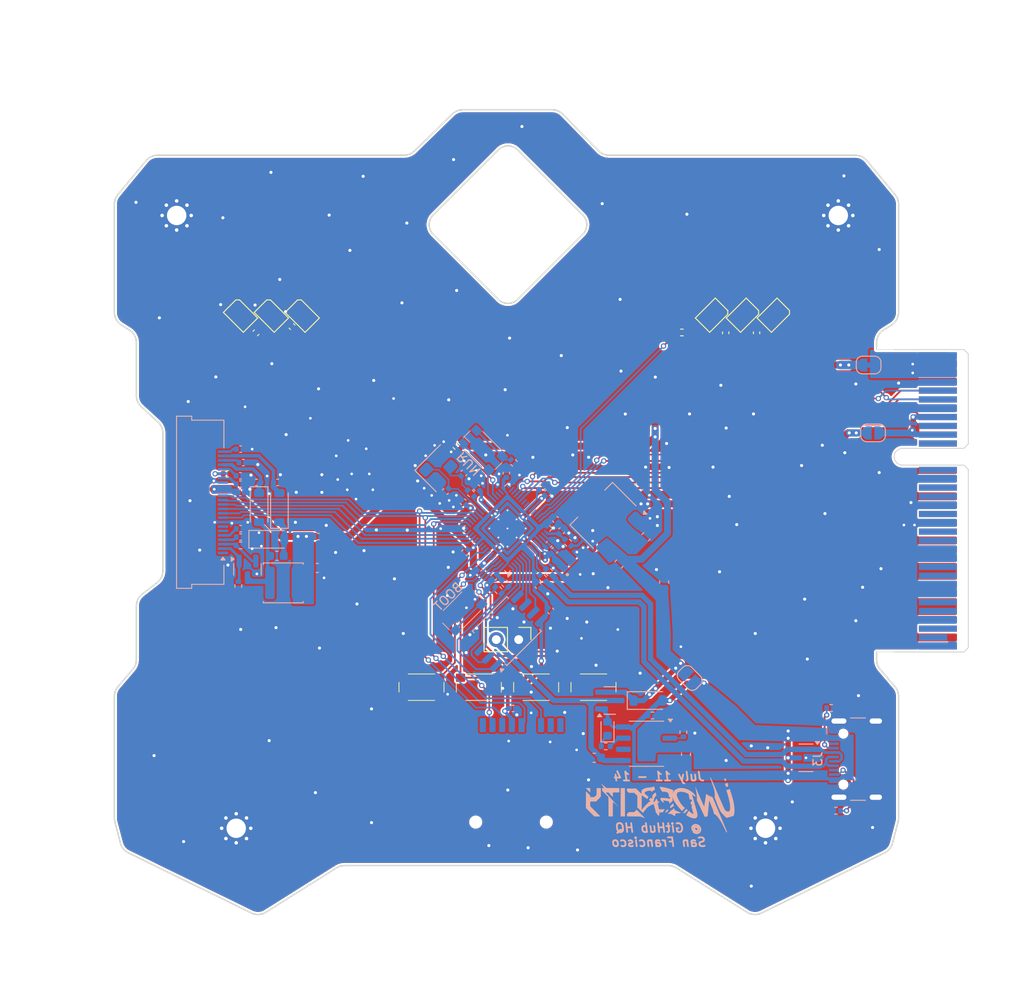
<source format=kicad_pcb>
(kicad_pcb (version 20241229) (generator "pcbnew") (generator_version "9.0")
  (title_block (title "Ink screen badge for Undercity") (date "2025-06-21") (rev "v1.0") (company "Acon (design) & Bunnyguy (art) & Cyao (hardware)"))
  (layers (0 "F.Cu" signal) (2 "B.Cu" signal) (13 "F.Paste" user) (15 "B.Paste" user) (5 "F.SilkS" user "F.Silkscreen") (7 "B.SilkS" user "B.Silkscreen") (1 "F.Mask" user) (3 "B.Mask" user) (25 "Edge.Cuts" user))
  (net 0 "")
  (net 1 "GND")
  (net 2 "/XIN")
  (net 3 "/XOUT")
  (net 4 "+3V3")
  (net 5 "+1V1")
  (net 6 "/~{USB_BOOT}")
  (net 7 "Net-(U4-VDD)")
  (net 8 "Net-(U4-VSH1)")
  (net 9 "Net-(U4-VSL)")
  (net 10 "Net-(U4-VCOM)")
  (net 11 "/VGL")
  (net 12 "Net-(D3-A)")
  (net 13 "Net-(D1-K)")
  (net 14 "/VGH")
  (net 15 "/RESE")
  (net 16 "/GDR")
  (net 17 "/~{RES}")
  (net 19 "/RUN")
  (net 20 "/QSPI_SS")
  (net 21 "/QSPI_SD3")
  (net 22 "/QSPI_SCLK")
  (net 23 "/QSPI_SD0")
  (net 24 "/QSPI_SD2")
  (net 25 "/QSPI_SD1")
  (net 26 "Net-(C4-Pad1)")
  (net 27 "/VREG_LX")
  (net 28 "Net-(R4-Pad1)")
  (net 29 "Net-(U1-USB_DP)")
  (net 30 "Net-(U1-USB_DM)")
  (net 32 "Net-(U4-VGL{slash}NC)")
  (net 33 "Net-(U4-VSH2)")
  (net 35 "/MOSI")
  (net 36 "/MISO")
  (net 38 "/DET")
  (net 39 "/SDCS")
  (net 41 "/~{D{slash}C}")
  (net 43 "/~{DISCS}")
  (net 44 "/BUSY")
  (net 57 "/D-")
  (net 68 "Net-(J3-CC1)")
  (net 71 "/D+")
  (net 72 "Net-(J3-CC2)")
  (net 73 "+5V")
  (net 74 "/NEOPIXEL_IN")
  (net 75 "/SW1")
  (net 76 "/SW2")
  (net 77 "/SW3")
  (net 78 "/SW4")
  (net 79 "/CS1")
  (net 80 "/CLK1")
  (net 81 "/MOSI1")
  (net 82 "/MISO1")
  (net 83 "+BATT")
  (net 84 "Net-(U6-PROG)")
  (net 85 "Net-(D4-K)")
  (net 86 "Net-(U6-~{CHRG})")
  (net 90 "Net-(D5-DOUT)")
  (net 91 "Net-(D5-DIN)")
  (net 93 "/NEOPIXEL_IN2")
  (net 94 "Net-(D7-DOUT)")
  (net 95 "Net-(D10-DIN)")
  (net 97 "/CLK")
  (net 105 "Net-(U4-VPP)")
  (net 106 "Net-(JP1-B)")
  (net 107 "Net-(J2-3.3Vaux)")
  (net 112 "/I2C_CLK")
  (net 113 "/I2C_DATA")
  (net 115 "Net-(D7-DIN)")
  (net 116 "Net-(D8-DIN)")
  (net 117 "VBUS")
  (net 118 "Net-(U1-VREG_AVDD)")
  (footprint "LED_SMD:LED_WS2812B-2020_PLCC4_2.0x2.0mm" (layer "F.Cu") (at 135 82 -135)
    (property "Reference" "D6" (hide yes))
    (property "Value" "WS2812B-2020")
  )
  (footprint "Capacitor_SMD:C_0402_1005Metric" (layer "F.Cu") (at 129.5 84 -90)
    (property "Reference" "C33" (hide yes))
    (property "Value" "100nF")
  )
  (footprint "MountingHole:MountingHole_2.2mm_M2_Pad_Via" (layer "F.Cu") (at 134.012473 140.189659)
    (property "Reference" "H4" (hide yes))
    (property "Value" "MountingHole")
  )
  (footprint "LED_SMD:LED_WS2812B-2020_PLCC4_2.0x2.0mm" (layer "F.Cu") (at 74.5 82 -45)
    (property "Reference" "D10" (hide yes))
    (property "Value" "WS2812B-2020")
  )
  (footprint "MountingHole:MountingHole_2.2mm_M2_Pad_Via" (layer "F.Cu") (at 142.262473 70.689659)
    (property "Reference" "H2" (hide yes))
    (property "Value" "MountingHole")
  )
  (footprint "inkbadge:SW_Push_SPST_TSA016" (layer "F.Cu") (at 95.012473 124.189659)
    (property "Reference" "SW3" (hide yes))
    (property "Value" "SW_Push")
  )
  (footprint "inkbadge:SW_Push_SPST_TSA016" (layer "F.Cu") (at 101.512473 124.189659)
    (property "Reference" "SW4" (hide yes))
    (property "Value" "SW_Push")
  )
  (footprint "Capacitor_SMD:C_0402_1005Metric" (layer "F.Cu") (at 133 84 -90)
    (property "Reference" "C32" (hide yes))
    (property "Value" "100nF")
  )
  (footprint "LED_SMD:LED_WS2812B-2020_PLCC4_2.0x2.0mm" (layer "F.Cu") (at 78 82 -45)
    (property "Reference" "D9" (hide yes))
    (property "Value" "WS2812B-2020")
  )
  (footprint "Resistor_SMD:R_0402_1005Metric" (layer "F.Cu") (at 124.53 83.96)
    (property "Reference" "R11" (hide yes))
    (property "Value" "470")
  )
  (footprint "LED_SMD:LED_WS2812B-2020_PLCC4_2.0x2.0mm" (layer "F.Cu") (at 81.5 82 -45)
    (property "Reference" "D7" (hide yes))
    (property "Value" "WS2812B-2020")
  )
  (footprint "inkbadge:SW_Push_SPST_TSA016" (layer "F.Cu") (at 114.512473 124.189659)
    (property "Reference" "SW6" (hide yes))
    (property "Value" "SW_Push")
  )
  (footprint "MountingHole:MountingHole_2.2mm_M2_Pad_Via" (layer "F.Cu") (at 74.012473 140.189659)
    (property "Reference" "H3" (hide yes))
    (property "Value" "MountingHole")
  )
  (footprint "inkbadge:SW_Push_SPST_TSA016" (layer "F.Cu") (at 108.012473 124.189659)
    (property "Reference" "SW5" (hide yes))
    (property "Value" "SW_Push")
  )
  (footprint "Connector_PinHeader_2.54mm:PinHeader_1x02_P2.54mm_Vertical" (layer "F.Cu") (at 106.032473 118.789659 -90)
    (property "Reference" "J5" (hide yes))
    (property "Value" "Conn_01x02")
  )
  (footprint "MountingHole:MountingHole_2.2mm_M2_Pad_Via" (layer "F.Cu") (at 67.262473 70.689659)
    (property "Reference" "H1" (hide yes))
    (property "Value" "MountingHole")
  )
  (footprint "LED_SMD:LED_WS2812B-2020_PLCC4_2.0x2.0mm" (layer "F.Cu") (at 128 82 -135)
    (property "Reference" "D8" (hide yes))
    (property "Value" "WS2812B-2020")
  )
  (footprint "Capacitor_SMD:C_0402_1005Metric" (layer "F.Cu") (at 80.34 83.29 -45)
    (property "Reference" "C35" (hide yes))
    (property "Value" "100nF")
  )
  (footprint "LED_SMD:LED_WS2812B-2020_PLCC4_2.0x2.0mm" (layer "F.Cu") (at 131.5 82 -135)
    (property "Reference" "D5" (hide yes))
    (property "Value" "WS2812B-2020")
  )
  (footprint "Capacitor_SMD:C_0402_1005Metric" (layer "F.Cu") (at 73.02 99.99)
    (property "Reference" "C37" (hide yes))
    (property "Value" "1uF")
  )
  (footprint "Resistor_SMD:R_0402_1005Metric" (layer "F.Cu") (at 98.97 96.84 135)
    (property "Reference" "R15" (hide yes))
    (property "Value" "470")
  )
  (footprint "Capacitor_SMD:C_0402_1005Metric" (layer "F.Cu") (at 76.25 84 -135)
    (property "Reference" "C34" (hide yes))
    (property "Value" "100nF")
  )
  (footprint "Capacitor_SMD:C_0603_1608Metric" (layer "B.Cu") (at 119.65 101.5 45)
    (property "Reference" "C5" (hide yes))
    (property "Value" "10uF")
  )
  (footprint "Capacitor_SMD:C_0402_1005Metric" (layer "B.Cu") (at 99.911721 108.933233 -135)
    (property "Reference" "C15" (hide yes))
    (property "Value" "100nF")
  )
  (footprint "Capacitor_SMD:C_0402_1005Metric" (layer "B.Cu") (at 109.679861 115.546893 -45)
    (property "Reference" "C2" (hide yes))
    (property "Value" "100nF")
  )
  (footprint "Resistor_SMD:R_0402_1005Metric" (layer "B.Cu") (at 104.497308 112.429876 -45)
    (property "Reference" "R1" (hide yes))
    (property "Value" "10k")
  )
  (footprint "Package_TO_SOT_SMD:SOT-223-3_TabPin2" (layer "B.Cu") (at 115.609491 104.725948 135)
    (property "Reference" "U2" (hide yes))
    (property "Value" "NCP1117-3.3_SOT223")
  )
  (footprint "Capacitor_SMD:C_0402_1005Metric" (layer "B.Cu") (at 108.229861 112.646893 -45)
    (property "Reference" "C12" (hide yes))
    (property "Value" "100nF")
  )
  (footprint "Capacitor_SMD:C_0402_1005Metric" (layer "B.Cu") (at 108.686916 101.480328 45)
    (property "Reference" "C14" (hide yes))
    (property "Value" "100nF")
  )
  (footprint "Capacitor_SMD:C_0402_1005Metric" (layer "B.Cu") (at 104.637473 99.914659 90)
    (property "Reference" "C16" (hide yes))
    (property "Value" "100nF")
  )
  (footprint "Resistor_SMD:R_0402_1005Metric" (layer "B.Cu") (at 108.792982 111.846513 135)
    (property "Reference" "R7" (hide yes))
    (property "Value" "27")
  )
  (footprint "Capacitor_SMD:C_0603_1608Metric" (layer "B.Cu") (at 117.394936 110.223703 -135)
    (property "Reference" "C1" (hide yes))
    (property "Value" "10uF")
  )
  (footprint "Capacitor_SMD:C_0402_1005Metric" (layer "B.Cu") (at 103.189161 111.72277 -135)
    (property "Reference" "C13" (hide yes))
    (property "Value" "100nF")
  )
  (footprint "Resistor_SMD:R_0402_1005Metric" (layer "B.Cu") (at 109.49125 111.148245 135)
    (property "Reference" "R8" (hide yes))
    (property "Value" "27")
  )
  (footprint "Capacitor_SMD:C_0402_1005Metric" (layer "B.Cu") (at 110.200125 105.150212 -45)
    (property "Reference" "C17" (hide yes))
    (property "Value" "100nF")
  )
  (footprint "Capacitor_SMD:C_0603_1608Metric" (layer "B.Cu") (at 120.46378 107.133647 45)
    (property "Reference" "C19" (hide yes))
    (property "Value" "10uF")
  )
  (footprint "Capacitor_SMD:C_0402_1005Metric" (layer "B.Cu") (at 110.140021 108.660997 45)
    (property "Reference" "C7" (hide yes))
    (property "Value" "4.7uF")
  )
  (footprint "RP2350_60QFN_minimal:L_pol_2016" (layer "B.Cu") (at 111.267856 109.866614 45)
    (property "Reference" "L1" (hide yes))
    (property "Value" "3.3u")
  )
  (footprint "Capacitor_SMD:C_0402_1005Metric" (layer "B.Cu") (at 74.8075 98.715)
    (property "Reference" "C24" (hide yes))
    (property "Value" "1uF")
  )
  (footprint "Capacitor_SMD:C_0402_1005Metric" (layer "B.Cu") (at 74.4775 102.115)
    (property "Reference" "C22" (hide yes))
    (property "Value" "100nF")
  )
  (footprint "Resistor_SMD:R_0402_1005Metric" (layer "B.Cu") (at 121.2 127.4)
    (property "Reference" "R14" (hide yes))
    (property "Value" "1.5k")
  )
  (footprint "LOGO" (layer "B.Cu") (at 126.2 68.55 180)
    (property "Reference" "G***" (hide yes))
    (property "Value" "LOGO" (hide yes))
  )
  (footprint "Resistor_SMD:R_0402_1005Metric" (layer "B.Cu") (at 74.25 112.71 90)
    (property "Reference" "R13" (hide yes))
    (property "Value" "10k")
  )
  (footprint "Resistor_SMD:R_0402_1005Metric" (layer "B.Cu") (at 105.5 98.75 -45)
    (property "Reference" "R4" (hide yes))
    (property "Value" "1k")
  )
  (footprint "Package_DFN_QFN:QFN-60-1EP_7x7mm_P0.4mm_EP3.4x3.4mm_ThermalVias" (layer "B.Cu") (at 104.762473 106.189659 45)
    (property "Reference" "U1" (hide yes))
    (property "Value" "RP2350A")
  )
  (footprint "LED_SMD:LED_0603_1608Metric" (layer "B.Cu") (at 116.1 128.9 90)
    (property "Reference" "D4" (hide yes))
    (property "Value" "LED")
  )
  (footprint "Resistor_SMD:R_0402_1005Metric" (layer "B.Cu") (at 115.9 130.9)
    (property "Reference" "R10" (hide yes))
    (property "Value" "1.5k")
  )
  (footprint "Capacitor_SMD:C_0603_1608Metric" (layer "B.Cu") (at 122.52 112.26 90)
    (property "Reference" "C39" (hide yes))
    (property "Value" "4.7uF")
  )
  (footprint "inkbadge:SDCardlcsc" (layer "B.Cu") (at 104.412473 135.689659 180)
    (property "Reference" "J1" (hide yes))
    (property "Value" "Micro_SD_Card")
  )
  (footprint "Capacitor_SMD:C_0402_1005Metric" (layer "B.Cu") (at 74.4825 101.165)
    (property "Reference" "C21" (hide yes))
    (property "Value" "1uF")
  )
  (footprint "Package_SO:SOIC-8_5.3x5.3mm_P1.27mm" (layer "B.Cu") (at 104.690154 117.830677 45)
    (property "Reference" "U5" (hide yes))
    (property "Value" "W25Q128JVS")
  )
  (footprint "Capacitor_SMD:C_0402_1005Metric" (layer "B.Cu") (at 83.31 107.11)
    (property "Reference" "C38" (hide yes))
    (property "Value" "1uF")
  )
  (footprint "Capacitor_SMD:C_0603_1608Metric" (layer "B.Cu") (at 78.62 109.29 180)
    (property "Reference" "C27" (hide yes))
    (property "Value" "4.7uF")
  )
  (footprint "inkbadge:SOP-8_3.9x4.9mm_P1.27mm-TP" (layer "B.Cu") (at 120.525 130.605 180)
    (property "Reference" "U6" (hide yes))
    (property "Value" "TP4056-42-ESOP8")
  )
  (footprint "Jumper:SolderJumper-2_P1.3mm_Bridged_RoundedPad1.0x1.5mm" (layer "B.Cu") (at 145.7 87.65)
    (property "Reference" "JP1" (hide yes))
    (property "Value" "Slice before pluggin into PCIEx4")
  )
  (footprint "Crystal:Crystal_SMD_3225-4Pin_3.2x2.5mm" (layer "B.Cu") (at 96.92 99.35 45)
    (property "Reference" "Y1" (hide yes))
    (property "Value" "12MHz 10pf")
  )
  (footprint "Capacitor_SMD:C_0603_1608Metric" (layer "B.Cu") (at 125 131.8 90)
    (property "Reference" "C9" (hide yes))
    (property "Value" "10uF")
  )
  (footprint "Jumper:SolderJumper-2_P1.3mm_Open_RoundedPad1.0x1.5mm" (layer "B.Cu") (at 146.2 95.35 180)
    (property "Reference" "JP2" (hide yes))
    (property "Value" "SolderJumper_2_Open")
  )
  (footprint "Diode_SMD:D_SOD-123" (layer "B.Cu") (at 77.8075 107.415)
    (property "Reference" "D2" (hide yes))
    (property "Value" "MBR0530")
  )
  (footprint "Capacitor_SMD:C_0402_1005Metric" (layer "B.Cu") (at 78.7075 100.965)
    (property "Reference" "C26" (hide yes))
    (property "Value" "1uF")
  )
  (footprint "Resistor_SMD:R_0402_1005Metric" (layer "B.Cu") (at 100.608221 102.212183 135)
    (property "Reference" "R2" (hide yes))
    (property "Value" "1k")
  )
  (footprint "Package_TO_SOT_SMD:SOT-23" (layer "B.Cu") (at 75.29 110.8275 -90)
    (property "Reference" "Q3" (hide yes))
    (property "Value" "IRLML2060")
  )
  (footprint "Jumper:SolderJumper-2_P1.3mm_Open_RoundedPad1.0x1.5mm" (layer "B.Cu") (at 125.42 123.14 135)
    (property "Reference" "JP3" (hide yes))
    (property "Value" "SolderJumper_2_Open")
  )
  (footprint "Diode_SMD:D_SOD-123" (layer "B.Cu") (at 78.9075 103.815 90)
    (property "Reference" "D1" (hide yes))
    (property "Value" "MBR0530")
  )
  (footprint "Resistor_SMD:R_0402_1005Metric" (layer "B.Cu") (at 74.5075 108.115)
    (property "Reference" "R12" (hide yes))
    (property "Value" "0.47")
  )
  (footprint "LOGO" (layer "B.Cu") (at 121.787327 137.6 180)
    (property "Reference" "G***" (hide yes))
    (property "Value" "LOGO" (hide yes))
  )
  (footprint "Diode_SMD:D_SOD-123" (layer "B.Cu") (at 76.6075 103.815 -90)
    (property "Reference" "D3" (hide yes))
    (property "Value" "MBR0530")
  )
  (footprint "Capacitor_SMD:C_0603_1608Metric" (layer "B.Cu") (at 83.2 110.67)
    (property "Reference" "C29" (hide yes))
    (property "Value" "4.7uF")
  )
  (footprint "Capacitor_SMD:C_0402_1005Metric" (layer "B.Cu") (at 101.262295 101.55811 135)
    (property "Reference" "C10" (hide yes))
    (property "Value" "4.7uF")
  )
  (footprint "inkbadge:SW_Push_SPST_TSA016" (layer "B.Cu") (at 99.6 115.5 -135)
    (property "Reference" "SW1" (hide yes))
    (property "Value" "SW_Push")
  )
  (footprint "Package_TO_SOT_SMD:SOT-23" (layer "B.Cu") (at 116.3625 125.7)
    (property "Reference" "Q2" (hide yes))
    (property "Value" "AO3401A")
  )
  (footprint "inkbadge:LCSC_1x24-1MP_P0.5mm_Horizontal" (layer "B.Cu") (at 69.6075 103.215 90)
    (property "Reference" "U4" (hide yes))
    (property "Value" "Conn")
  )
  (footprint "Capacitor_SMD:C_0402_1005Metric" (layer "B.Cu") (at 74.5075 97.19)
    (property "Reference" "C25" (hide yes))
    (property "Value" "1uF")
  )
  (footprint "Capacitor_SMD:C_0402_1005Metric" (layer "B.Cu") (at 105.4 126.6)
    (property "Reference" "C36" (hide yes))
    (property "Value" "100nF")
  )
  (footprint "Capacitor_SMD:C_0402_1005Metric" (layer "B.Cu") (at 97.729861 101.996893 -135)
    (property "Reference" "C3" (hide yes))
    (property "Value" "15pF")
  )
  (footprint "Connector_PCBEdge:BUS_PCIexpress_x4" (layer "B.Cu") (at 153.55 86.55 -90)
    (property "Reference" "J2" (hide yes))
    (property "Value" "Bus_PCI_Express_x4")
    (fp_line (start -0.65 4.95) (end -0.65 -2.95) (stroke (width 0.1)) (layer "Edge.Cuts"))
    (fp_line (start 33.65 4.95) (end 33.65 -2.95) (stroke (width 0.1)) (layer "Edge.Cuts"))
    (fp_line (start 10.55 4) (end 10.55 -2.95) (stroke (width 0.1)) (layer "Edge.Cuts"))
    (fp_line (start 12.45 4) (end 12.45 -2.95) (stroke (width 0.1)) (layer "Edge.Cuts"))
    (fp_line (start -0.65 -2.95) (end -0.15 -3.45) (stroke (width 0.1)) (layer "Edge.Cuts"))
    (fp_line (start 10.55 -2.95) (end 10.05 -3.45) (stroke (width 0.1)) (layer "Edge.Cuts"))
    (fp_line (start 12.45 -2.95) (end 12.95 -3.45) (stroke (width 0.1)) (layer "Edge.Cuts"))
    (fp_line (start 33.65 -2.95) (end 33.15 -3.45) (stroke (width 0.1)) (layer "Edge.Cuts"))
    (fp_line (start -0.15 -3.45) (end 10.05 -3.45) (stroke (width 0.1)) (layer "Edge.Cuts"))
    (fp_line (start 12.95 -3.45) (end 33.15 -3.45) (stroke (width 0.1)) (layer "Edge.Cuts"))
    (fp_arc (start 12.45 4) (mid 11.5 4.95) (end 10.55 4) (stroke (width 0.1)) (layer "Edge.Cuts"))
  )
  (footprint "LOGO" (layer "B.Cu") (at 122.075 137.503934 180)
    (property "Reference" "G***" (hide yes))
    (property "Value" "LOGO" (hide yes))
  )
  (footprint "Capacitor_SMD:C_0402_1005Metric" (layer "B.Cu") (at 74.5075 107.165)
    (property "Reference" "C20" (hide yes))
    (property "Value" "1uF")
  )
  (footprint "Capacitor_SMD:C_0402_1005Metric" (layer "B.Cu") (at 74.4825 100.215)
    (property "Reference" "C23" (hide yes))
    (property "Value" "1uF")
  )
  (footprint "Capacitor_SMD:C_0402_1005Metric" (layer "B.Cu") (at 110.9 106.44 45)
    (property "Reference" "C40" (hide yes))
    (property "Value" "4.7uF")
  )
  (footprint "Resistor_SMD:R_0402_1005Metric" (layer "B.Cu") (at 111.63 107.8 135)
    (property "Reference" "R16" (hide yes))
    (property "Value" "33")
  )
  (footprint "Diode_SMD:D_SOD-123" (layer "B.Cu") (at 120.7 125.7)
    (property "Reference" "D11" (hide yes))
    (property "Value" "MBR0530")
  )
  (footprint "Capacitor_SMD:C_0402_1005Metric" (layer "B.Cu") (at 101.538067 110.701 -135)
    (property "Reference" "C8" (hide yes))
    (property "Value" "100nF")
  )
  (footprint "Connector_USB:USB_C_Receptacle_GCT_USB4105-xx-A_16P_TopMnt_Horizontal" (layer "B.Cu") (at 145.44 132.348183 -90)
    (property "Reference" "J3")
    (property "Value" "USB_C_Receptacle_USB2.0_14P")
  )
  (footprint "Resistor_SMD:R_0402_1005Metric" (layer "B.Cu") (at 103.733633 113.193552 135)
    (property "Reference" "R6" (hide yes))
    (property "Value" "1k")
  )
  (footprint "Package_TO_SOT_SMD:SOT-23-6" (layer "B.Cu") (at 138.6 132.2 180)
    (property "Reference" "U3" (hide yes))
    (property "Value" "SRV05-4")
  )
  (footprint "Capacitor_SMD:C_0402_1005Metric" (layer "B.Cu") (at 74.5075 106.215)
    (property "Reference" "C30" (hide yes))
    (property "Value" "1uF")
  )
  (footprint "Capacitor_SMD:C_0402_1005Metric" (layer "B.Cu") (at 99.74 103.17 135)
    (property "Reference" "C18" (hide yes))
    (property "Value" "100nF")
  )
  (footprint "Resistor_SMD:R_0402_1005Metric" (layer "B.Cu") (at 141.45 126.55)
    (property "Reference" "R3" (hide yes))
    (property "Value" "5.1k")
  )
  (footprint "Capacitor_SMD:C_0603_1608Metric" (layer "B.Cu") (at 114.6 132.2 180)
    (property "Reference" "C28" (hide yes))
    (property "Value" "10uF")
  )
  (footprint "Resistor_SMD:R_0402_1005Metric" (layer "B.Cu") (at 142 138.2 180)
    (property "Reference" "R5" (hide yes))
    (property "Value" "5.1k")
  )
  (footprint "Capacitor_SMD:C_0402_1005Metric" (layer "B.Cu") (at 109.468269 107.989246 45)
    (property "Reference" "C6" (hide yes))
    (property "Value" "4.7uF")
  )
  (footprint "inkbadge:SW_Push_SPST_TSA016" (layer "B.Cu") (at 101.95 97.3 135)
    (property "Reference" "SW2" (hide yes))
    (property "Value" "SW_Push")
  )
  (footprint "Capacitor_SMD:C_0402_1005Metric" (layer "B.Cu") (at 109.333919 102.127331 45)
    (property "Reference" "C11" (hide yes))
    (property "Value" "100nF")
  )
  (footprint "Capacitor_SMD:C_0402_1005Metric" (layer "B.Cu") (at 76.3075 100.965 180)
    (property "Reference" "C31" (hide yes))
    (property "Value" "1uF")
  )
  (footprint "Inductor_SMD:L_APV_ANR4018" (layer "B.Cu") (at 79.34 112.36 180)
    (property "Reference" "L2" (hide yes))
    (property "Value" "10uH 1A")
  )
  (footprint "Capacitor_SMD:C_0402_1005Metric" (layer "B.Cu") (at 99.829861 99.896893 45)
    (property "Reference" "C4" (hide yes))
    (property "Value" "15pF")
  )
  (footprint "Resistor_SMD:R_0402_1005Metric" (layer "B.Cu") (at 124.7 129.3 90)
    (property "Reference" "R9" (hide yes))
    (property "Value" "5.1k")
  )
  (gr_line (start 146.59999 85.571323) (end 146.59999 85.111162) (stroke (width 0.169333)) (layer "Edge.Cuts"))
  (gr_curve (pts (xy 60.197668 81.671155) (xy 60.197668 82.254087) (xy 60.497498 82.796037) (xy 60.99135 83.105747)) (stroke (width 0.169333)) (layer "Edge.Cuts"))
  (gr_line (start 146.6 121.056396) (end 146.6 120.2) (stroke (width 0.169333)) (layer "Edge.Cuts"))
  (gr_curve (pts (xy 149.097676 125.22792) (xy 149.097676 124.824399) (xy 148.95374 124.43417) (xy 148.69127 124.127427)) (stroke (width 0.169333)) (layer "Edge.Cuts"))
  (gr_curve (pts (xy 145.499316 64.46689) (xy 145.177588 64.078862) (xy 144.699238 63.854326) (xy 144.195459 63.854326)) (stroke (width 0.169333)) (layer "Edge.Cuts"))
  (gr_line (start 60.197668 125.22792) (end 60.197668 139.031553) (stroke (width 0.169333)) (layer "Edge.Cuts"))
  (gr_curve (pts (xy 94.219021 63.372826) (xy 93.902708 63.681521) (xy 93.478272 63.854325) (xy 93.036314 63.854325)) (stroke (width 0.169333)) (layer "Edge.Cuts"))
  (gr_curve (pts (xy 60.99135 83.105747) (xy 61.294789 83.296023) (xy 61.598229 83.486294) (xy 61.901669 83.67657)) (stroke (width 0.169333)) (layer "Edge.Cuts"))
  (gr_curve (pts (xy 122.998062 144.414658) (xy 123.316919 144.414658) (xy 123.629165 144.504404) (xy 123.899087 144.67458)) (stroke (width 0.169333)) (layer "Edge.Cuts"))
  (gr_curve (pts (xy 111.03043 59.200624) (xy 110.711743 58.873894) (xy 110.274614 58.689659) (xy 109.818257 58.689659)) (stroke (width 0.169333)) (layer "Edge.Cuts"))
  (gr_line (start 63.245244 92.382417) (end 65.151091 94.127226) (stroke (width 0.169333)) (layer "Edge.Cuts"))
  (gr_line (start 86.297268 144.414658) (end 122.998062 144.414658) (stroke (width 0.169333)) (layer "Edge.Cuts"))
  (gr_curve (pts (xy 62.289019 122.156894) (xy 61.727349 122.813735) (xy 61.165679 123.470581) (xy 60.604008 124.127427)) (stroke (width 0.169333)) (layer "Edge.Cuts"))
  (gr_line (start 62.695334 114.97166) (end 62.695334 121.056396) (stroke (width 0.169333)) (layer "Edge.Cuts"))
  (gr_line (start 65.701001 95.37623) (end 65.701001 110.986391) (stroke (width 0.169333)) (layer "Edge.Cuts"))
  (gr_curve (pts (xy 60.604008 124.127427) (xy 60.341771 124.43417) (xy 60.197668 124.824399) (xy 60.197668 125.22792)) (stroke (width 0.169333)) (layer "Edge.Cuts"))
  (gr_curve (pts (xy 149.041787 139.46166) (xy 149.079043 139.321103) (xy 149.097676 139.176328) (xy 149.097676 139.031553)) (stroke (width 0.169333)) (layer "Edge.Cuts"))
  (gr_curve (pts (xy 148.69127 124.127427) (xy 148.129648 123.470581) (xy 147.568018 122.813735) (xy 147.006397 122.156894)) (stroke (width 0.169333)) (layer "Edge.Cuts"))
  (gr_line (start 148.405947 141.886514) (end 149.041787 139.46166) (stroke (width 0.169333)) (layer "Edge.Cuts"))
  (gr_curve (pts (xy 146.59999 85.111162) (xy 146.59999 84.528232) (xy 146.899707 83.986279) (xy 147.393311 83.67657)) (stroke (width 0.169333)) (layer "Edge.Cuts"))
  (gr_line (start 109.818257 58.689659) (end 99.706689 58.689659) (stroke (width 0.169333)) (layer "Edge.Cuts"))
  (gr_curve (pts (xy 77.378818 149.713096) (xy 80.051294 148.033584) (xy 82.72377 146.354082) (xy 85.396245 144.67458)) (stroke (width 0.169333)) (layer "Edge.Cuts"))
  (gr_line (start 123.899087 144.67458) (end 131.916509 149.713096) (stroke (width 0.169333)) (layer "Edge.Cuts"))
  (gr_curve (pts (xy 62.695334 91.133413) (xy 62.695334 91.608481) (xy 62.894894 92.061699) (xy 63.245244 92.382417)) (stroke (width 0.169333)) (layer "Edge.Cuts"))
  (gr_curve (pts (xy 65.701001 110.986391) (xy 65.701001 111.510903) (xy 65.457922 112.005776) (xy 65.042887 112.326416)) (stroke (width 0.169333)) (layer "Edge.Cuts"))
  (gr_curve (pts (xy 131.916509 149.713096) (xy 132.412744 150.024668) (xy 133.034961 150.057676) (xy 133.561499 149.800303)) (stroke (width 0.169333)) (layer "Edge.Cuts"))
  (gr_curve (pts (xy 65.151091 94.127226) (xy 65.501442 94.447944) (xy 65.701001 94.901162) (xy 65.701001 95.37623)) (stroke (width 0.169333)) (layer "Edge.Cuts"))
  (gr_curve (pts (xy 61.901669 83.67657) (xy 62.395529 83.986279) (xy 62.695334 84.528232) (xy 62.695334 85.111162)) (stroke (width 0.169333)) (layer "Edge.Cuts"))
  (gr_poly (pts (xy 104.890105 62.793969) (xy 104.963075 62.799201) (xy 105.035775 62.807919) (xy 105.108068 62.820126) (xy 105.17982 62.83582) (xy 105.250895 62.855001) (xy 105.321158 62.87767) (xy 105.390474 62.903827) (xy 105.458706 62.933471) (xy 105.52572 62.966602) (xy 105.59138 63.003221) (xy 105.655552 63.043328) (xy 105.718098 63.086922) (xy 105.778886 63.134004) (xy 105.837777 63.184573) (xy 105.894639 63.23863) (xy 113.306689 70.650688) (xy 113.360747 70.707549) (xy 113.411316 70.766441) (xy 113.458398 70.827228) (xy 113.501993 70.889775) (xy 113.5421 70.953946) (xy 113.578719 71.019606) (xy 113.611851 71.08662) (xy 113.641495 71.154852) (xy 113.667652 71.224167) (xy 113.690321 71.29443) (xy 113.709502 71.365505) (xy 113.725196 71.437257) (xy 113.737403 71.509551) (xy 113.746122 71.58225) (xy 113.751353 71.65522) (xy 113.753097 71.728326) (xy 113.751353 71.801432) (xy 113.746122 71.874402) (xy 113.737403 71.947101) (xy 113.725196 72.019395) (xy 113.709502 72.091146) (xy 113.690321 72.162221) (xy 113.667652 72.232484) (xy 113.641495 72.301799) (xy 113.611851 72.370031) (xy 113.578719 72.437045) (xy 113.5421 72.502705) (xy 113.501993 72.566876) (xy 113.458398 72.629423) (xy 113.411316 72.690209) (xy 113.360747 72.749101) (xy 113.306689 72.805962) (xy 105.894639 80.218022) (xy 105.837777 80.272079) (xy 105.778886 80.322648) (xy 105.718098 80.36973) (xy 105.655552 80.413324) (xy 105.59138 80.453431) (xy 105.52572 80.49005) (xy 105.458706 80.523181) (xy 105.390474 80.552825) (xy 105.321158 80.578982) (xy 105.250895 80.601651) (xy 105.17982 80.620832) (xy 105.108068 80.636526) (xy 105.035775 80.648732) (xy 104.963075 80.657451) (xy 104.890105 80.662682) (xy 104.817 80.664426) (xy 104.743894 80.662682) (xy 104.670924 80.657451) (xy 104.598224 80.648732) (xy 104.525931 80.636526) (xy 104.454179 80.620832) (xy 104.383104 80.601651) (xy 104.312841 80.578982) (xy 104.243525 80.552825) (xy 104.175293 80.523181) (xy 104.108279 80.49005) (xy 104.042619 80.453431) (xy 103.978447 80.413324) (xy 103.915901 80.36973) (xy 103.855114 80.322648) (xy 103.796222 80.272079) (xy 103.73936 80.218022) (xy 96.327305 72.805962) (xy 96.273248 72.749101) (xy 96.222678 72.690209) (xy 96.175596 72.629423) (xy 96.132001 72.566876) (xy 96.091895 72.502705) (xy 96.055275 72.437045) (xy 96.022143 72.370031) (xy 95.992499 72.301799) (xy 95.966342 72.232484) (xy 95.943673 72.162221) (xy 95.924492 72.091146) (xy 95.908798 72.019395) (xy 95.896591 71.947101) (xy 95.887872 71.874402) (xy 95.882641 71.801432) (xy 95.880897 71.728326) (xy 95.882641 71.65522) (xy 95.887872 71.58225) (xy 95.896591 71.509551) (xy 95.908798 71.437257) (xy 95.924492 71.365505) (xy 95.943673 71.29443) (xy 95.966342 71.224167) (xy 95.992499 71.154852) (xy 96.022143 71.08662) (xy 96.055275 71.019606) (xy 96.091895 70.953946) (xy 96.132001 70.889775) (xy 96.175596 70.827228) (xy 96.222678 70.766441) (xy 96.273248 70.707549) (xy 96.327305 70.650688) (xy 103.73936 63.23863) (xy 103.796222 63.184573) (xy 103.855114 63.134004) (xy 103.915901 63.086922) (xy 103.978447 63.043328) (xy 104.042619 63.003221) (xy 104.108279 62.966602) (xy 104.175293 62.933471) (xy 104.243525 62.903827) (xy 104.312841 62.87767) (xy 104.383104 62.855001) (xy 104.454179 62.83582) (xy 104.525931 62.820126) (xy 104.598224 62.807919) (xy 104.670924 62.799201) (xy 104.743894 62.793969) (xy 104.817 62.792226)) (stroke (width 0.169333)) (fill no) (layer "Edge.Cuts"))
  (gr_line (start 144.195459 63.854326) (end 116.283403 63.854326) (stroke (width 0.169333)) (layer "Edge.Cuts"))
  (gr_line (start 146.6 120.2) (end 148.6 120.2) (stroke (width 0.05)) (layer "Edge.Cuts"))
  (gr_curve (pts (xy 65.099701 63.854325) (xy 64.595681 63.854325) (xy 64.117822 64.078861) (xy 63.796174 64.46689)) (stroke (width 0.169333)) (layer "Edge.Cuts"))
  (gr_curve (pts (xy 116.283403 63.854326) (xy 115.827051 63.854326) (xy 115.389917 63.670093) (xy 115.071231 63.343363)) (stroke (width 0.169333)) (layer "Edge.Cuts"))
  (gr_line (start 146.6 85.9) (end 146.59999 85.571323) (stroke (width 0.1)) (layer "Edge.Cuts"))
  (gr_curve (pts (xy 60.197668 139.031553) (xy 60.197668 139.176328) (xy 60.21632 139.321113) (xy 60.253159 139.46166)) (stroke (width 0.169333)) (layer "Edge.Cuts"))
  (gr_curve (pts (xy 148.304326 83.105747) (xy 148.79793 82.796037) (xy 149.097656 82.254087) (xy 149.097656 81.671155)) (stroke (width 0.169333)) (layer "Edge.Cuts"))
  (gr_line (start 65.042887 112.326416) (end 63.353449 113.631636) (stroke (width 0.169333)) (layer "Edge.Cuts"))
  (gr_curve (pts (xy 60.889691 141.886514) (xy 61.014761 142.362334) (xy 61.341091 142.761113) (xy 61.783584 142.977861)) (stroke (width 0.169333)) (layer "Edge.Cuts"))
  (gr_curve (pts (xy 60.253159 139.46166) (xy 60.465336 140.269941) (xy 60.677513 141.078232) (xy 60.889691 141.886514)) (stroke (width 0.169333)) (layer "Edge.Cuts"))
  (gr_line (start 62.695334 85.111162) (end 62.695334 91.133413) (stroke (width 0.169333)) (layer "Edge.Cuts"))
  (gr_curve (pts (xy 63.353449 113.631636) (xy 62.938413 113.95227) (xy 62.695334 114.447148) (xy 62.695334 114.97166)) (stroke (width 0.169333)) (layer "Edge.Cuts"))
  (gr_curve (pts (xy 99.706689 58.689659) (xy 99.264731 58.689659) (xy 98.840298 58.862464) (xy 98.523984 59.171158)) (stroke (width 0.169333)) (layer "Edge.Cuts"))
  (gr_curve (pts (xy 149.097656 69.417942) (xy 149.097656 69.02331) (xy 148.959648 68.641042) (xy 148.708184 68.337256)) (stroke (width 0.169333)) (layer "Edge.Cuts"))
  (gr_line (start 60.197668 69.417942) (end 60.197668 81.671155) (stroke (width 0.169333)) (layer "Edge.Cuts"))
  (gr_line (start 61.783584 142.977861) (end 75.733831 149.800303) (stroke (width 0.169333)) (layer "Edge.Cuts"))
  (gr_line (start 93.036314 63.854325) (end 65.099701 63.854325) (stroke (width 0.169333)) (layer "Edge.Cuts"))
  (gr_curve (pts (xy 75.733831 149.800303) (xy 76.260371 150.057695) (xy 76.882585 150.024668) (xy 77.378818 149.713096)) (stroke (width 0.169333)) (layer "Edge.Cuts"))
  (gr_curve (pts (xy 60.587414 68.337256) (xy 60.335522 68.641042) (xy 60.197668 69.02331) (xy 60.197668 69.417942)) (stroke (width 0.169333)) (layer "Edge.Cuts"))
  (gr_line (start 115.071231 63.343363) (end 111.03043 59.200624) (stroke (width 0.169333)) (layer "Edge.Cuts"))
  (gr_line (start 148.6 85.9) (end 146.6 85.9) (stroke (width 0.05)) (layer "Edge.Cuts"))
  (gr_line (start 149.097676 139.031553) (end 149.097676 125.22792) (stroke (width 0.169333)) (layer "Edge.Cuts"))
  (gr_curve (pts (xy 85.396245 144.67458) (xy 85.66616 144.504394) (xy 85.978413 144.414658) (xy 86.297268 144.414658)) (stroke (width 0.169333)) (layer "Edge.Cuts"))
  (gr_curve (pts (xy 62.695334 121.056396) (xy 62.695334 121.459917) (xy 62.551231 121.850146) (xy 62.289019 122.156894)) (stroke (width 0.169333)) (layer "Edge.Cuts"))
  (gr_curve (pts (xy 147.006397 122.156894) (xy 146.743936 121.850146) (xy 146.6 121.459917) (xy 146.6 121.056396)) (stroke (width 0.169333)) (layer "Edge.Cuts"))
  (gr_line (start 63.796174 64.46689) (end 60.587414 68.337256) (stroke (width 0.169333)) (layer "Edge.Cuts"))
  (gr_curve (pts (xy 147.511856 142.977861) (xy 147.953818 142.761113) (xy 148.280625 142.362334) (xy 148.405947 141.886514)) (stroke (width 0.169333)) (layer "Edge.Cuts"))
  (gr_line (start 149.097656 81.671155) (end 149.097656 69.417942) (stroke (width 0.169333)) (layer "Edge.Cuts"))
  (gr_curve (pts (xy 133.561499 149.800303) (xy 138.211621 147.526152) (xy 142.861748 145.252012) (xy 147.511856 142.977861)) (stroke (width 0.169333)) (layer "Edge.Cuts"))
  (gr_curve (pts (xy 147.393311 83.67657) (xy 147.696982 83.486294) (xy 148.000654 83.296023) (xy 148.304326 83.105747)) (stroke (width 0.169333)) (layer "Edge.Cuts"))
  (gr_line (start 148.708184 68.337256) (end 145.499316 64.46689) (stroke (width 0.169333)) (layer "Edge.Cuts"))
  (gr_line (start 98.523984 59.171158) (end 94.219021 63.372826) (stroke (width 0.169333)) (layer "Edge.Cuts"))
  (gr_text "@ GitHub HQ\nSan Francisco" (at 121.95 142.35 0) (layer "B.SilkS") (effects (font (size 1 1) (thickness 0.2) (bold yes) (italic yes)) (justify bottom mirror)))
  (gr_text "BOOT" (at 98.057107 113.922614 45) (layer "B.SilkS") (effects (font (size 1 1)) (justify mirror)))
  (gr_text "RUN" (at 100.37 98.85 135) (layer "B.SilkS") (effects (font (size 1 1)) (justify mirror)))
  (gr_text "July 11 - 14" (at 121.95 134.9 0) (layer "B.SilkS") (effects (font (size 1 1) (thickness 0.2) (bold yes) (italic yes)) (justify bottom mirror)))
  (via (at 97.079861 103.346893) (size 0.6) (drill 0.3) (layers "F.Cu" "B.Cu") (net 1))
  (via (at 111.067749 108.228244) (size 0.6) (drill 0.35) (layers "F.Cu" "B.Cu") (net 1))
  (via (at 126 129.4) (size 0.6) (drill 0.35) (layers "F.Cu" "B.Cu") (net 1))
  (via (at 64.7 131.95) (size 0.6) (drill 0.35) (layers "F.Cu" "B.Cu") (net 1))
  (via (at 78.52 117.44) (size 0.6) (drill 0.35) (layers "F.Cu" "B.Cu") (net 1))
  (via (at 149.1 89.7) (size 0.6) (drill 0.35) (layers "F.Cu" "B.Cu") (net 1))
  (via (at 112.413959 107.233959) (size 0.6) (drill 0.35) (layers "F.Cu" "B.Cu") (net 1))
  (via (at 85.28 108.91) (size 0.6) (drill 0.35) (layers "F.Cu" "B.Cu") (net 1))
  (via (at 78.95 77.95) (size 0.6) (drill 0.35) (layers "F.Cu" "B.Cu") (net 1))
  (via (at 98.65 64.35) (size 0.6) (drill 0.35) (layers "F.Cu" "B.Cu") (net 1))
  (via (at 113.96 98.11) (size 0.6) (drill 0.35) (layers "F.Cu" "B.Cu") (net 1))
  (via (at 112.6 131.3) (size 0.6) (drill 0.3) (layers "F.Cu" "B.Cu") (net 1))
  (via (at 94.3 99.05) (size 0.6) (drill 0.35) (layers "F.Cu" "B.Cu") (net 1))
  (via (at 100.079861 120.269076) (size 0.6) (drill 0.35) (layers "F.Cu" "B.Cu") (net 1))
  (via (at 82.99 136.15) (size 0.6) (drill 0.35) (layers "F.Cu" "B.Cu") (net 1))
  (via (at 83.97 111.79) (size 0.6) (drill 0.3) (layers "F.Cu" "B.Cu") (net 1))
  (via (at 86.6 101.8) (size 0.6) (drill 0.3) (layers "F.Cu" "B.Cu") (net 1))
  (via (at 122.8 96.55) (size 0.6) (drill 0.35) (layers "F.Cu" "B.Cu") (net 1))
  (via (at 97.937474 113.80339) (size 0.6) (drill 0.3) (layers "F.Cu" "B.Cu") (net 1))
  (via (at 107.45 127.1) (size 0.6) (drill 0.3) (layers "F.Cu" "B.Cu") (net 1))
  (via (at 107.479861 121.846893) (size 0.6) (drill 0.35) (layers "F.Cu" "B.Cu") (net 1))
  (via (at 103.648492 101.202565) (size 0.6) (drill 0.3) (layers "F.Cu" "B.Cu") (net 1))
  (via (at 132.65 93.2) (size 0.6) (drill 0.35) (layers "F.Cu" "B.Cu") (net 1))
  (via (at 106.4 60.6) (size 0.6) (drill 0.35) (layers "F.Cu" "B.Cu") (net 1))
  (via (at 111.72 106.71) (size 0.6) (drill 0.35) (layers "F.Cu" "B.Cu") (net 1))
  (via (at 100.4 100.55) (size 0.6) (drill 0.35) (layers "F.Cu" "B.Cu") (net 1))
  (via (at 83.35 90.35) (size 0.6) (drill 0.35) (layers "F.Cu" "B.Cu") (net 1))
  (via (at 74.52 117.64) (size 0.6) (drill 0.35) (layers "F.Cu" "B.Cu") (net 1))
  (via (at 79.67 95.54) (size 0.6) (drill 0.35) (layers "F.Cu" "B.Cu") (net 1))
  (via (at 138.45 114.2) (size 0.6) (drill 0.35) (layers "F.Cu" "B.Cu") (net 1))
  (via (at 107.1 142.4) (size 0.6) (drill 0.35) (layers "F.Cu" "B.Cu") (net 1))
  (via (at 86.7 96.2) (size 0.6) (drill 0.3) (layers "F.Cu" "B.Cu") (net 1))
  (via (at 80.82 102.09) (size 0.6) (drill 0.35) (layers "F.Cu" "B.Cu") (net 1))
  (via (at 100.11 115.18) (size 0.6) (drill 0.3) (layers "F.Cu" "B.Cu") (net 1))
  (via (at 121.52 89.02) (size 0.6) (drill 0.35) (layers "F.Cu" "B.Cu") (net 1))
  (via (at 120.85 102.42) (size 0.6) (drill 0.3) (layers "F.Cu" "B.Cu") (net 1))
  (via (at 116.15 112.9) (size 0.6) (drill 0.35) (layers "F.Cu" "B.Cu") (net 1))
  (via (at 138.6 132.2) (size 0.6) (drill 0.3) (layers "F.Cu" "B.Cu") (net 1))
  (via (at 98.05 110.6) (size 0.6) (drill 0.35) (layers "F.Cu" "B.Cu") (net 1))
  (via (at 105 84.6) (size 0.6) (drill 0.35) (layers "F.Cu" "B.Cu") (net 1))
  (via (at 89.1 100) (size 0.6) (drill 0.3) (layers "F.Cu" "B.Cu") (net 1))
  (via (at 75.32 105.49) (size 0.6) (drill 0.3) (layers "F.Cu" "B.Cu") (net 1))
  (via (at 113.15 118.65) (size 0.6) (drill 0.3) (layers "F.Cu" "B.Cu") (net 1))
  (via (at 129.55 94.8) (size 0.6) (drill 0.35) (layers "F.Cu" "B.Cu") (net 1))
  (via (at 104.22 124.32) (size 0.6) (drill 0.35) (layers "F.Cu" "B.Cu") (net 1))
  (via (at 107.64 98.12) (size 0.6) (drill 0.35) (layers "F.Cu" "B.Cu") (net 1))
  (via (at 89.35 126.65) (size 0.6) (drill 0.35) (layers "F.Cu" "B.Cu") (net 1))
  (via (at 76.595 106.665) (size 0.6) (drill 0.3) (layers "F.Cu" "B.Cu") (net 1))
  (via (at 101.937473 101.064659) (size 0.6) (drill 0.3) (layers "F.Cu" "B.Cu") (net 1))
  (via (at 100.55 111.49) (size 0.6) (drill 0.3) (layers "F.Cu" "B.Cu") (net 1))
  (via (at 89.6 89.4) (size 0.6) (drill 0.35) (layers "F.Cu" "B.Cu") (net 1))
  (via (at 103.8 100) (size 0.6) (drill 0.3) (layers "F.Cu" "B.Cu") (net 1))
  (via (at 96.17 102.44) (size 0.6) (drill 0.3) (layers "F.Cu" "B.Cu") (net 1))
  (via (at 98.1 91.6) (size 0.6) (drill 0.35) (layers "F.Cu" "B.Cu") (net 1))
  (via (at 75.82 108.49) (size 0.6) (drill 0.3) (layers "F.Cu" "B.Cu") (net 1))
  (via (at 106.629861 116.796893) (size 0.6) (drill 0.35) (layers "F.Cu" "B.Cu") (net 1))
  (via (at 75.6825 100.14) (size 0.6) (drill 0.35) (layers "F.Cu" "B.Cu") (net 1))
  (via (at 101.787473 100.214659) (size 0.6) (drill 0.3) (layers "F.Cu" "B.Cu") (net 1))
  (via (at 121.75 104.85) (size 0.6) (drill 0.35) (layers "F.Cu" "B.Cu") (net 1))
  (via (at 99 79.2) (size 0.6) (drill 0.35) (layers "F.Cu" "B.Cu") (net 1))
  (via (at 117.63 88.34) (size 0.6) (drill 0.35) (layers "F.Cu" "B.Cu") (net 1))
  (via (at 125.1 70.55) (size 0.6) (drill 0.35) (layers "F.Cu" "B.Cu") (net 1))
  (via (at 75.02 92.39) (size 0.6) (drill 0.3) (layers "F.Cu" "B.Cu") (net 1))
  (via (at 83.72 100.09) (size 0.6) (drill 0.35) (layers "F.Cu" "B.Cu") (net 1))
  (via (at 88.5 108.7) (size 0.6) (drill 0.35) (layers "F.Cu" "B.Cu") (net 1))
  (via (at 113 111.4) (size 0.6) (drill 0.3) (layers "F.Cu" "B.Cu") (net 1))
  (via (at 85.35 97.95) (size 0.6) (drill 0.3) (layers "F.Cu" "B.Cu") (net 1))
  (via (at 132.4 130.85) (size 0.6) (drill 0.35) (layers "F.Cu" "B.Cu") (net 1))
  (via (at 71.57 105.49) (size 0.6) (drill 0.3) (layers "F.Cu" "B.Cu") (net 1))
  (via (at 143 97.6) (size 0.6) (drill 0.35) (layers "F.Cu" "B.Cu") (net 1))
  (via (at 121.65 110.85) (size 0.6) (drill 0.35) (layers "F.Cu" "B.Cu") (net 1))
  (via (at 68.57 91.79) (size 0.6) (drill 0.35) (layers "F.Cu" "B.Cu") (net 1))
  (via (at 77.72 102.24) (size 0.6) (drill 0.3) (layers "F.Cu" "B.Cu") (net 1))
  (via (at 85.52 100.64) (size 0.6) (drill 0.3) (layers "F.Cu" "B.Cu") (net 1))
  (via (at 146.15 140.1) (size 0.6) (drill 0.35) (layers "F.Cu" "B.Cu") (net 1))
  (via (at 111.529861 116.396893) (size 0.6) (drill 0.35) (layers "F.Cu" "B.Cu") (net 1))
  (via (at 144.55 125.15) (size 0.6) (drill 0.35) (layers "F.Cu" "B.Cu") (net 1))
  (via (at 68.77 103.04) (size 0.6) (drill 0.35) (layers "F.Cu" "B.Cu") (net 1))
  (via (at 88.75 97.15) (size 0.6) (drill 0.3) (layers "F.Cu" "B.Cu") (net 1))
  (via (at 76.87 108.19) (size 0.6) (drill 0.3) (layers "F.Cu" "B.Cu") (net 1))
  (via (at 98.15 103.01) (size 0.6) (drill 0.3) (layers "F.Cu" "B.Cu") (net 1))
  (via (at 92.95 118.1) (size 0.6) (drill 0.35) (layers "F.Cu" "B.Cu") (net 1))
  (via (at 128.06 99.23) (size 0.6) (drill 0.35) (layers "F.Cu" "B.Cu") (net 1))
  (via (at 77.75 130.25) (size 0.6) (drill 0.35) (layers "F.Cu" "B.Cu") (net 1))
  (via (at 76.4575 98.94) (size 0.6) (drill 0.35) (layers "F.Cu" "B.Cu") (net 1))
  (via (at 115.5 69.35) (size 0.6) (drill 0.35) (layers "F.Cu" "B.Cu") (net 1))
  (via (at 118.12 93.21) (size 0.6) (drill 0.35) (layers "F.Cu" "B.Cu") (net 1))
  (via (at 102.3 97.85) (size 0.6) (drill 0.35) (layers "F.Cu" "B.Cu") (net 1))
  (via (at 78.05 87.5) (size 0.6) (drill 0.35) (layers "F.Cu" "B.Cu") (net 1))
  (via (at 89.35 139.55) (size 0.6) (drill 0.35) (layers "F.Cu" "B.Cu") (net 1))
  (via (at 128.8 111.1) (size 0.6) (drill 0.35) (layers "F.Cu" "B.Cu") (net 1))
  (via (at 73.515905 105.58456) (size 0.6) (drill 0.3) (layers "F.Cu" "B.Cu") (net 1))
  (via (at 91.85 91.45) (size 0.6) (drill 0.3) (layers "F.Cu" "B.Cu") (net 1))
  (via (at 99.8 106.15) (size 0.6) (drill 0.35) (layers "F.Cu" "B.Cu") (net 1))
  (via (at 87.1 100) (size 0.6) (drill 0.3) (layers "F.Cu" "B.Cu") (net 1))
  (via (at 101.26 117.5) (size 0.6) (drill 0.35) (layers "F.Cu" "B.Cu") (net 1))
  (via (at 111.25 127.05) (size 0.6) (drill 0.35) (layers "F.Cu" "B.Cu") (net 1))
  (via (at 93.35 71.55) (size 0.6) (drill 0.35) (layers "F.Cu" "B.Cu") (net 1))
  (via (at 71.7 89) (size 0.6) (drill 0.35) (layers "F.Cu" "B.Cu") (net 1))
  (via (at 137.05 137.2) (size 0.6) (drill 0.35) (layers "F.Cu" "B.Cu") (net 1))
  (via (at 109.97 106.13) (size 0.6) (drill 0.35) (layers "F.Cu" "B.Cu") (net 1))
  (via (at 77.95 65.8) (size 0.6) (drill 0.35) (layers "F.Cu" "B.Cu") (net 1))
  (via (at 92.8 80.6) (size 0.6) (drill 0.35) (layers "F.Cu" "B.Cu") (net 1))
  (via (at 84.55 70.65) (size 0.6) (drill 0.35) (layers "F.Cu" "B.Cu") (net 1))
  (via (at 76.35 111.34) (size 0.6) (drill 0.3) (layers "F.Cu" "B.Cu") (net 1))
  (via (at 98.97 102.43) (size 0.6) (drill 0.3) (layers "F.Cu" "B.Cu") (net 1))
  (via (at 140.75 104.5) (size 0.6) (drill 0.35) (layers "F.Cu" "B.Cu") (net 1))
  (via (at 82.42 93.69) (size 0.6) (drill 0.3) (layers "F.Cu" "B.Cu") (net 1))
  (via (at 89.5 101.8) (size 0.6) (drill 0.3) (layers "F.Cu" "B.Cu") (net 1))
  (via (at 146.9 99.85) (size 0.6) (drill 0.35) (layers "F.Cu" "B.Cu") (net 1))
  (via (at 138.75 121) (size 0.6) (drill 0.35) (layers "F.Cu" "B.Cu") (net 1))
  (via (at 75.5575 101.74) (size 0.6) (drill 0.35) (layers "F.Cu" "B.Cu") (net 1))
  (via (at 72.25 80.8) (size 0.6) (drill 0.35) (layers "F.Cu" "B.Cu") (net 1))
  (via (at 144.25 89.8) (size 0.6) (drill 0.35) (layers "F.Cu" "B.Cu") (net 1))
  (via (at 146.9 74.55) (size 0.6) (drill 0.35) (layers "F.Cu" "B.Cu") (net 1))
  (via (at 125.4 93.2) (size 0.6) (drill 0.35) (layers "F.Cu" "B.Cu") (net 1))
  (via (at 149.7 105.8) (size 0.6) (drill 0.3) (layers "F.Cu" "B.Cu") (net 1))
  (via (at 129.9 102.55) (size 0.6) (drill 0.35) (layers "F.Cu" "B.Cu") (net 1))
  (via (at 79.02 100.09) (size 0.6) (drill 0.35) (layers "F.Cu" "B.Cu") (net 1))
  (via (at 84.22 105.84) (size 0.6) (drill 0.35) (layers "F.Cu" "B.Cu") (net 1))
  (via (at 79.6 81.6) (size 0.6) (drill 0.35) (layers "F.Cu" "B.Cu") (net 1))
  (via (at 101.209262 99.595888) (size 0.6) (drill 0.25) (layers "F.Cu" "B.Cu") (net 1))
  (via (at 91.95 111.9) (size 0.6) (drill 0.35) (layers "F.Cu" "B.Cu") (net 1))
  (via (at 121.75 105.85) (size 0.6) (drill 0.35) (layers "F.Cu" "B.Cu") (net 1))
  (via (at 109.629861 117.496893) (size 0.6) (drill 0.35) (layers "F.Cu" "B.Cu") (net 1))
  (via (at 80.72 105.49) (size 0.6) (drill 0.35) (layers "F.Cu" "B.Cu") (net 1))
  (via (at 128.95 89.95) (size 0.6) (drill 0.35) (layers "F.Cu" "B.Cu") (net 1))
  (via (at 94.58 100.8) (size 0.6) (drill 0.35) (layers "F.Cu" "B.Cu") (net 1))
  (via (at 95.49 97.94) (size 0.6) (drill 0.3) (layers "F.Cu" "B.Cu") (net 1))
  (via (at 96.5 96.76) (size 0.6) (drill 0.3) (layers "F.Cu" "B.Cu") (net 1))
  (via (at 150.5 103.25) (size 0.6) (drill 0.35) (layers "F.Cu" "B.Cu") (net 1))
  (via (at 86.9 74.65) (size 0.6) (drill 0.35) (layers "F.Cu" "B.Cu") (net 1))
  (via (at 95.315922 101.622269) (size 0.6) (drill 0.3) (layers "F.Cu" "B.Cu") (net 1))
  (via (at 101.08 114.22) (size 0.6) (drill 0.3) (layers "F.Cu" "B.Cu") (net 1))
  (via (at 150.9 105.8) (size 0.6) (drill 0.3) (layers "F.Cu" "B.Cu") (net 1))
  (via (at 68.05 141.7) (size 0.6) (drill 0.35) (layers "F.Cu" "B.Cu") (net 1))
  (via (at 109.95 110.68004) (size 0.6) (drill 0.3) (layers "F.Cu" "B.Cu") (net 1))
  (via (at 117.53 80.21) (size 0.6) (drill 0.35) (layers "F.Cu" "B.Cu") (net 1))
  (via (at 89.9 106.35) (size 0.6) (drill 0.35) (layers "F.Cu" "B.Cu") (net 1))
  (via (at 105.821604 127.324859) (size 0.6) (drill 0.35) (layers "F.Cu" "B.Cu") (net 1))
  (via (at 75.82 97.19) (size 0.6) (drill 0.3) (layers "F.Cu" "B.Cu") (net 1))
  (via (at 111.54 94.75) (size 0.6) (drill 0.35) (layers "F.Cu" "B.Cu") (net 1))
  (via (at 76.15 80.85) (size 0.6) (drill 0.35) (layers "F.Cu" "B.Cu") (net 1))
  (via (at 99.86 98.53) (size 0.6) (drill 0.3) (layers "F.Cu" "B.Cu") (net 1))
  (via (at 120.92 105.04) (size 0.6) (drill 0.3) (layers "F.Cu" "B.Cu") (net 1))
  (via (at 98.629861 103.746893) (size 0.6) (drill 0.3) (layers "F.Cu" "B.Cu") (net 1))
  (via (at 104.9 130.3) (size 0.6) (drill 0.3) (layers "F.Cu" "B.Cu") (net 1))
  (via (at 88.4 66.25) (size 0.6) (drill 0.35) (layers "F.Cu" "B.Cu") (net 1))
  (via (at 106.12 100.13) (size 0.6) (drill 0.3) (layers "F.Cu" "B.Cu") (net 1))
  (via (at 105.379861 115.296893) (size 0.6) (drill 0.35) (layers "F.Cu" "B.Cu") (net 1))
  (via (at 113.75 116.8) (size 0.6) (drill 0.35) (layers "F.Cu" "B.Cu") (net 1))
  (via (at 120.42 99.23) (size 0.6) (drill 0.35) (layers "F.Cu" "B.Cu") (net 1))
  (via (at 119.8 122.6) (size 0.6) (drill 0.35) (layers "F.Cu" "B.Cu") (net 1))
  (via (at 73.07 110.34) (size 0.6) (drill 0.35) (layers "F.Cu" "B.Cu") (net 1))
  (via (at 129.55 132.5) (size 0.6) (drill 0.35) (layers "F.Cu" "B.Cu") (net 1))
  (via (at 124.42 119.6) (size 0.6) (drill 0.3) (layers "F.Cu" "B.Cu") (net 1))
  (via (at 132.85 118.1) (size 0.6) (drill 0.35) (layers "F.Cu" "B.Cu") (net 1))
  (via (at 113.34 108.37) (size 0.6) (drill 0.3) (layers "F.Cu" "B.Cu") (net 1))
  (via (at 77.52 100.24) (size 0.6) (drill 0.3) (layers "F.Cu" "B.Cu") (net 1))
  (via (at 114.8 121.7) (size 0.6) (drill 0.35) (layers "F.Cu" "B.Cu") (net 1))
  (via (at 98.6 108.85) (size 0.6) (drill 0.35) (layers "F.Cu" "B.Cu") (net 1))
  (via (at 104.757612 95.617766) (size 0.6) (drill 0.3) (layers "F.Cu" "B.Cu") (net 1))
  (via (at 114.48 111.32) (size 0.6) (drill 0.35) (layers "F.Cu" "B.Cu") (net 1))
  (via (at 140.45 96.75) (size 0.6) (drill 0.35) (layers "F.Cu" "B.Cu") (net 1))
  (via (at 110.86 86.58) (size 0.6) (drill 0.35) (layers "F.Cu" "B.Cu") (net 1))
  (via (at 147.1 110.75) (size 0.6) (drill 0.35) (layers "F.Cu" "B.Cu") (net 1))
  (via (at 109.804974 102.524432) (size 0.6) (drill 0.35) (layers "F.Cu" "B.Cu") (net 1))
  (via (at 62.65 69.2) (size 0.6) (drill 0.35) (layers "F.Cu" "B.Cu") (net 1))
  (via (at 104.5 90.45) (size 0.6) (drill 0.35) (layers "F.Cu" "B.Cu") (net 1))
  (via (at 144.25 116.65) (size 0.6) (drill 0.35) (layers "F.Cu" "B.Cu") (net 1))
  (via (at 112.63 108.87) (size 0.6) (drill 0.3) (layers "F.Cu" "B.Cu") (net 1))
  (via (at 110.459659 107.575878) (size 0.6) (drill 0.35) (layers "F.Cu" "B.Cu") (net 1))
  (via (at 103.6 116.3) (size 0.6) (drill 0.35) (layers "F.Cu" "B.Cu") (net 1))
  (via (at 113.35 129.45) (size 0.6) (drill 0.35) (layers "F.Cu" "B.Cu") (net 1))
  (via (at 134.26 131.06) (size 0.6) (drill 0.35) (layers "F.Cu" "B.Cu") (net 1))
  (via (at 102.437473 112.614659) (size 0.6) (drill 0.3) (layers "F.Cu" "B.Cu") (net 1))
  (via (at 113.95 134.7) (size 0.6) (drill 0.35) (layers "F.Cu" "B.Cu") (net 1))
  (via (at 138.1 99.05) (size 0.6) (drill 0.35) (layers "F.Cu" "B.Cu") (net 1))
  (via (at 72.5 70.95) (size 0.6) (drill 0.35) (layers "F.Cu" "B.Cu") (net 1))
  (via (at 87.7 114.75) (size 0.6) (drill 0.35) (layers "F.Cu" "B.Cu") (net 1))
  (via (at 107.45 124.75) (size 0.6) (drill 0.35) (layers "F.Cu" "B.Cu") (net 1))
  (via (at 98.38 97.5) (size 0.6) (drill 0.3) (layers "F.Cu" "B.Cu") (net 1))
  (via (at 97.19 106.21) (size 0.6) (drill 0.3) (layers "F.Cu" "B.Cu") (net 1))
  (via (at 117.27 117.65) (size 0.6) (drill 0.3) (layers "F.Cu" "B.Cu") (net 1))
  (via (at 130.75 105.75) (size 0.6) (drill 0.35) (layers "F.Cu" "B.Cu") (net 1))
  (via (at 132.4 146.75) (size 0.6) (drill 0.35) (layers "F.Cu" "B.Cu") (net 1))
  (via (at 112.7 142.65) (size 0.6) (drill 0.35) (layers "F.Cu" "B.Cu") (net 1))
  (via (at 69.87 108.64) (size 0.6) (drill 0.35) (layers "F.Cu" "B.Cu") (net 1))
  (via (at 142.9 66.2) (size 0.6) (drill 0.35) (layers "F.Cu" "B.Cu") (net 1))
  (via (at 97.529861 96.346893) (size 0.6) (drill 0.3) (layers "F.Cu" "B.Cu") (net 1))
  (via (at 109.329861 113.596893) (size 0.6) (drill 0.35) (layers "F.Cu" "B.Cu") (net 1))
  (via (at 100.5 118.24) (size 0.6) (drill 0.35) (layers "F.Cu" "B.Cu") (net 1))
  (via (at 123.08 99.27) (size 0.6) (drill 0.35) (layers "F.Cu" "B.Cu") (net 1))
  (via (at 65.3 82.3) (size 0.6) (drill 0.35) (layers "F.Cu" "B.Cu") (net 1))
  (via (at 104.952854 101.18) (size 0.6) (drill 0.3) (layers "F.Cu" "B.Cu") (net 1))
  (via (at 83.45 119.75) (size 0.6) (drill 0.35) (layers "F.Cu" "B.Cu") (net 1))
  (via (at 102.65 142.15) (size 0.6) (drill 0.35) (layers "F.Cu" "B.Cu") (net 1))
  (via (at 104.8 135.85) (size 0.6) (drill 0.35) (layers "F.Cu" "B.Cu") (net 1))
  (via (at 71.47 100.79) (size 0.6) (drill 0.3) (layers "F.Cu" "B.Cu") (net 1))
  (via (at 110.4 120.1) (size 0.6) (drill 0.35) (layers "F.Cu" "B.Cu") (net 1))
  (via (at 87.6 102.85) (size 0.6) (drill 0.3) (layers "F.Cu" "B.Cu") (net 1))
  (via (at 93.4 106.375) (size 0.6) (drill 0.35) (layers "F.Cu" "B.Cu") (net 1))
  (via (at 112.16 97.85) (size 0.6) (drill 0.35) (layers "F.Cu" "B.Cu") (net 1))
  (via (at 83.72 102.09) (size 0.6) (drill 0.35) (layers "F.Cu" "B.Cu") (net 1))
  (via (at 145.02 112.86) (size 0.6) (drill 0.35) (layers "F.Cu" "B.Cu") (net 1))
  (via (at 109.6 130.4) (size 0.6) (drill 0.3) (layers "F.Cu" "B.Cu") (net 1))
  (via (at 97.98 124.99) (size 0.6) (drill 0.3) (layers "F.Cu" "B.Cu") (net 1))
  (segment (start 76.2325 98.715) (end 76.4575 98.94) (width 0.3) (layer "B.Cu") (net 1))
  (segment (start 141.581817 136.668183) (end 142.335 136.668183) (width 0.6) (layer "B.Cu") (net 1))
  (segment (start 141.76 135.548183) (end 141.76 136.093183) (width 0.6) (layer "B.Cu") (net 1))
  (segment (start 141 136.308183) (end 141 137.25) (width 0.6) (layer "B.Cu") (net 1))
  (segment (start 109.616762 107.649835) (end 109.80768 107.649835) (width 0.2) (layer "B.Cu") (net 1))
  (segment (start 141 136.308183) (end 141.36 136.668183) (width 0.6) (layer "B.Cu") (net 1))
  (segment (start 109.793538 107.663977) (end 110.46529 108.335728) (width 0.3) (layer "B.Cu") (net 1))
  (segment (start 139.7375 132.2) (end 138.6 132.2) (width 0.6) (layer "B.Cu") (net 1))
  (segment (start 74.9625 101.165) (end 75.6275 101.165) (width 0.4) (layer "B.Cu") (net 1))
  (segment (start 141 137.25) (end 141.581817 136.668183) (width 0.6) (layer "B.Cu") (net 1))
  (segment (start 75.6275 101.165) (end 75.8275 100.965) (width 0.4) (layer "B.Cu") (net 1))
  (segment (start 141.76 136.093183) (end 142.335 136.668183) (width 0.6) (layer "B.Cu") (net 1))
  (segment (start 74.9575 101.665) (end 74.9575 101.17) (width 0.4) (layer "B.Cu") (net 1))
  (segment (start 105.88 127.266463) (end 105.821604 127.324859) (width 0.4) (layer "B.Cu") (net 1))
  (segment (start 141.36 136.668183) (end 142.335 136.668183) (width 0.6) (layer "B.Cu") (net 1))
  (segment (start 74.9575 102.115) (end 74.9575 101.665) (width 0.4) (layer "B.Cu") (net 1))
  (segment (start 75.6075 100.215) (end 75.6825 100.14) (width 0.3) (layer "B.Cu") (net 1))
  (segment (start 75.2875 98.715) (end 76.2325 98.715) (width 0.3) (layer "B.Cu") (net 1))
  (segment (start 141.76 135.548183) (end 141.279092 136.029092) (width 0.6) (layer "B.Cu") (net 1))
  (segment (start 108.899048 106.932121) (end 109.616762 107.649835) (width 0.2) (layer "B.Cu") (net 1))
  (segment (start 105.88 126.85) (end 105.88 127.266463) (width 0.4) (layer "B.Cu") (net 1))
  (segment (start 141.918183 136.668183) (end 141.279092 136.029092) (width 0.6) (layer "B.Cu") (net 1))
  (segment (start 141 137.25) (end 141.5 137.25) (width 0.6) (layer "B.Cu") (net 1))
  (segment (start 141.279092 136.029092) (end 141 136.308183) (width 0.6) (layer "B.Cu") (net 1))
  (segment (start 101.757269 104.315826) (end 99.138336 101.696893) (width 0.15) (layer "B.Cu") (net 2))
  (segment (start 98.079861 100.646893) (end 96.959745 99.526777) (width 0.15) (layer "B.Cu") (net 2))
  (segment (start 98.079861 101.696893) (end 98.079861 100.646893) (width 0.15) (layer "B.Cu") (net 2))
  (segment (start 96.959745 99.526777) (end 95.541142 99.526777) (width 0.15) (layer "B.Cu") (net 2))
  (segment (start 99.138336 101.696893) (end 98.079861 101.696893) (width 0.15) (layer "B.Cu") (net 2))
  (segment (start 100.968845 102.572807) (end 100.968845 102.961716) (width 0.15) (layer "B.Cu") (net 3))
  (segment (start 100.968845 102.961716) (end 102.040112 104.032983) (width 0.15) (layer "B.Cu") (net 3))
  (segment (start 99.065 105.145) (end 97.555 105.145) (width 0.8) (layer "F.Cu") (net 4))
  (segment (start 104.8 126.565909) (end 104.464909 126.901) (width 0.4) (layer "F.Cu") (net 4))
  (segment (start 99.675 104.535) (end 98.31 105.9) (width 0.8) (layer "F.Cu") (net 4))
  (segment (start 73.82 101.74) (end 79.17 107.09) (width 0.8) (layer "F.Cu") (net 4))
  (segment (start 135.3 103.4) (end 143.35 95.35) (width 0.8) (layer "F.Cu") (net 4))
  (segment (start 81.97 107.09) (end 86.81 107.09) (width 0.8) (layer "F.Cu") (net 4))
  (segment (start 98.765 105.445) (end 98.765 106.355) (width 0.8) (layer "F.Cu") (net 4))
  (segment (start 86.81 107.09) (end 90.7 103.2) (width 0.8) (layer "F.Cu") (net 4))
  (segment (start 114.425 108.495) (end 114.425 107.63) (width 0.8) (layer "F.Cu") (net 4))
  (segment (start 98.765 106.355) (end 99.135 106.725) (width 0.8) (layer "F.Cu") (net 4))
  (segment (start 108.6 122.2) (end 106.6 124.2) (width 0.4) (layer "F.Cu") (net 4))
  (segment (start 99.065 105.145) (end 98.765 105.445) (width 0.8) (layer "F.Cu") (net 4))
  (segment (start 143.35 95.35) (end 143.5 95.35) (width 0.8) (layer "F.Cu") (net 4))
  (segment (start 114.425 107.63) (end 114.425 106.425) (width 0.8) (layer "F.Cu") (net 4))
  (segment (start 105.35 124.2) (end 104.8 124.75) (width 0.4) (layer "F.Cu") (net 4))
  (segment (start 111.17 111.75) (end 114.425 108.495) (width 0.8) (layer "F.Cu") (net 4))
  (segment (start 97.555 105.145) (end 98.31 105.9) (width 0.8) (layer "F.Cu") (net 4))
  (segment (start 98.31 105.9) (end 99.135 106.725) (width 0.8) (layer "F.Cu") (net 4))
  (segment (start 95.61 103.2) (end 97.555 105.145) (width 0.8) (layer "F.Cu") (net 4))
  (segment (start 106.6 124.2) (end 105.35 124.2) (width 0.4) (layer "F.Cu") (net 4))
  (segment (start 71.52 101.74) (end 73.452008 101.74) (width 1) (layer "F.Cu") (net 4))
  (segment (start 102.3 111.75) (end 111.17 111.75) (width 0.8) (layer "F.Cu") (net 4))
  (segment (start 99.135 106.725) (end 100.892538 108.482538) (width 0.8) (layer "F.Cu") (net 4))
  (segment (start 81.02 107.09) (end 81.97 107.09) (width 0.8) (layer "F.Cu") (net 4))
  (segment (start 108.6 121.2) (end 108.6 122.2) (width 0.4) (layer "F.Cu") (net 4))
  (segment (start 79.17 107.09) (end 81.02 107.09) (width 0.8) (layer "F.Cu") (net 4))
  (segment (start 73.452008 101.74) (end 73.82 101.74) (width 0.8) (layer "F.Cu") (net 4))
  (segment (start 90.7 103.2) (end 95.61 103.2) (width 0.8) (layer "F.Cu") (net 4))
  (segment (start 104.8 124.75) (end 104.8 126.565909) (width 0.4) (layer "F.Cu") (net 4))
  (segment (start 100.338107 103.871893) (end 99.675 104.535) (width 0.8) (layer "F.Cu") (net 4))
  (segment (start 100.892538 110.342538) (end 102.3 111.75) (width 0.8) (layer "F.Cu") (net 4))
  (segment (start 100.892538 108.482538) (end 100.892538 110.342538) (width 0.8) (layer "F.Cu") (net 4))
  (segment (start 120.65 103.4) (end 135.3 103.4) (width 0.8) (layer "F.Cu") (net 4))
  (segment (start 100.570874 103.871893) (end 100.338107 103.871893) (width 0.8) (layer "F.Cu") (net 4))
  (segment (start 143.55 95.35) (end 144.35 95.35) (width 0.8) (layer "F.Cu") (net 4))
  (segment (start 99.675 104.535) (end 99.065 105.145) (width 0.8) (layer "F.Cu") (net 4))
  (segment (start 120.65 103.4) (end 119.9 103.4) (width 0.8) (layer "F.Cu") (net 4))
  (via (at 143.5 95.35) (size 0.6) (drill 0.35) (layers "F.Cu" "B.Cu") (net 4))
  (via (at 104.464909 126.901) (size 0.6) (drill 0.35) (layers "F.Cu" "B.Cu") (net 4))
  (via (at 100.570874 103.871893) (size 0.6) (drill 0.3) (layers "F.Cu" "B.Cu") (net 4))
  (via (at 119.9 103.4) (size 0.6) (drill 0.35) (layers "F.Cu" "B.Cu") (net 4))
  (via (at 100.892538 108.362538) (size 0.6) (drill 0.3) (layers "F.Cu" "B.Cu") (net 4))
  (via (at 108.6 121.2) (size 0.6) (drill 0.35) (layers "F.Cu" "B.Cu") (net 4))
  (via (at 114.425 106.425) (size 0.6) (drill 0.35) (layers "F.Cu" "B.Cu") (net 4))
  (via (at 71.52 101.74) (size 0.6) (drill 0.3) (layers "F.Cu" "B.Cu") (net 4))
  (via (at 144.3 95.35) (size 0.6) (drill 0.35) (layers "F.Cu" "B.Cu") (net 4))
  (via (at 81.02 107.09) (size 0.6) (drill 0.35) (layers "F.Cu" "B.Cu") (net 4))
  (via (at 120.65 103.4) (size 0.6) (drill 0.35) (layers "F.Cu" "B.Cu") (net 4))
  (via (at 114.425 107.63) (size 0.6) (drill 0.3) (layers "F.Cu" "B.Cu") (net 4))
  (via (at 81.97 107.09) (size 0.6) (drill 0.35) (layers "F.Cu" "B.Cu") (net 4))
  (segment (start 143.5 95.35) (end 144.3 95.35) (width 0.8) (layer "B.Cu") (net 4))
  (segment (start 100.570874 103.871893) (end 100.441893 103.871893) (width 0.4) (layer "B.Cu") (net 4))
  (segment (start 107.89045 112.307482) (end 107.82 112.377932) (width 0.4) (layer "B.Cu") (net 4))
  (segment (start 108.087473 102.86466) (end 108.087473 102.079771) (width 0.2) (layer "B.Cu") (net 4))
  (segment (start 106.735301 104.216831) (end 108.087473 102.86466) (width 0.2) (layer "B.Cu") (net 4))
  (segment (start 104.302854 110.609077) (end 104.850862 110.061069) (width 0.2) (layer "B.Cu") (net 4))
  (segment (start 107.82 112.377932) (end 107.82 113.237032) (width 0.4) (layer "B.Cu") (net 4))
  (segment (start 145.55 95.35) (end 144.3 95.35) (width 0.8) (layer "B.Cu") (net 4))
  (segment (start 104.92 126.6) (end 104.765909 126.6) (width 0.4) (layer "B.Cu") (net 4))
  (segment (start 108.087473 102.079771) (end 108.347505 101.819739) (width 0.2) (layer "B.Cu") (net 4))
  (segment (start 104.464909 126.901) (end 104.464909 126.968222) (width 0.4) (layer "B.Cu") (net 4))
  (segment (start 101.192879 104.317121) (end 100.747651 103.871893) (width 0.15) (layer "B.Cu") (net 4))
  (segment (start 100.892538 108.362538) (end 100.700145 108.554931) (width 0.3) (layer "B.Cu") (net 4))
  (segment (start 104.136684 112.069252) (end 103.528572 111.46114) (width 0.4) (layer "B.Cu") (net 4))
  (segment (start 104.850862 110.061069) (end 104.850862 110.025713) (width 0.2) (layer "B.Cu") (net 4))
  (segment (start 104.302854 101.627406) (end 104.374272 101.698824) (width 0.4) (layer "B.Cu") (net 4))
  (segment (start 112.689376 108.160624) (end 114.425 106.425) (width 0.3) (layer "B.Cu") (net 4))
  (segment (start 104.302854 100.674226) (end 104.302854 101.627406) (width 0.4) (layer "B.Cu") (net 4))
  (segment (start 104.70944 102.176828) (end 104.70944 102.38896) (width 0.2) (layer "B.Cu") (net 4))
  (segment (start 104.765909 126.6) (end 104.464909 126.901) (width 0.4) (layer "B.Cu") (net 4))
  (segment (start 111.990624 108.160624) (end 112.689376 108.160624) (width 0.3) (layer "B.Cu") (net 4))
  (segment (start 109.179861 116.035047) (end 108.573938 116.64097) (width 0.4) (layer "B.Cu") (net 4))
  (segment (start 100.747651 103.871893) (end 100.570874 103.871893) (width 0.15) (layer "B.Cu") (net 4))
  (segment (start 100.700145 108.554931) (end 100.689538 108.544325) (width 0.3) (layer "B.Cu") (net 4))
  (segment (start 107.82 113.237032) (end 109.179861 114.596893) (width 0.4) (layer "B.Cu") (net 4))
  (segment (start 100.441893 103.871893) (end 100.079411 103.509411) (width 0.4) (layer "B.Cu") (net 4))
  (segment (start 101.474427 107.780649) (end 100.892538 108.362538) (width 0.3) (layer "B.Cu") (net 4))
  (segment (start 104.302854 110.609077) (end 103.528572 111.383358) (width 0.2) (layer "B.Cu") (net 4))
  (segment (start 100.689538 108.544325) (end 100.30063 108.544325) (width 0.3) (layer "B.Cu") (net 4))
  (segment (start 100.834495 103.958737) (end 100.523368 103.958737) (width 0.2) (layer "B.Cu") (net 4))
  (segment (start 101.192879 104.317121) (end 100.834495 103.958737) (width 0.2) (layer "B.Cu") (net 4))
  (segment (start 108.6 121.2) (end 108.6 116.667032) (width 0.4) (layer "B.Cu") (net 4))
  (segment (start 109.179861 114.596893) (end 109.179861 116.035047) (width 0.4) (layer "B.Cu") (net 4))
  (segment (start 101.474427 104.598669) (end 101.192879 104.317121) (width 0.2) (layer "B.Cu") (net 4))
  (segment (start 101.474427 107.780649) (end 101.960563 107.294513) (width 0.3) (layer "B.Cu") (net 4))
  (segment (start 104.302854 101.770242) (end 104.70944 102.176828) (width 0.2) (layer "B.Cu") (net 4))
  (segment (start 104.464909 126.968222) (end 105.262473 127.765786) (width 0.4) (layer "B.Cu") (net 4))
  (segment (start 104.582421 100.394659) (end 104.302854 100.674226) (width 0.4) (layer "B.Cu") (net 4))
  (segment (start 105.262473 127.765786) (end 105.262473 128.489659) (width 0.4) (layer "B.Cu") (net 4))
  (segment (start 101.483266 104.607508) (end 102.075468 105.19971) (width 0.2) (layer "B.Cu") (net 4))
  (segment (start 102.666205 103.810549) (end 103.383613 104.527957) (width 0.6) (layer "F.Cu") (net 5))
  (segment (start 103.383614 104.527957) (end 102.666205 103.810549) (width 0.6) (layer "F.Cu") (net 5))
  (segment (start 102.666205 103.810549) (end 101.792625 102.936968) (width 0.6) (layer "F.Cu") (net 5))
  (segment (start 102.118437 110.12063) (end 102.118437 110.108317) (width 0.6) (layer "F.Cu") (net 5))
  (segment (start 108.987473 109.043145) (end 108.323067 109.043145) (width 0.4) (layer "F.Cu") (net 5))
  (segment (start 107.964961 108.685039) (end 106.644601 107.36468) (width 0.6) (layer "F.Cu") (net 5))
  (segment (start 108.637472 102.773558) (end 108.637472 102.789282) (width 0.6) (layer "F.Cu") (net 5))
  (segment (start 106.644601 107.36468) (end 106.627305 107.36468) (width 0.6) (layer "F.Cu") (net 5))
  (segment (start 109.039961 109.095633) (end 108.987473 109.043145) (width 0.4) (layer "F.Cu") (net 5))
  (segment (start 108.539961 109.260039) (end 107.964961 108.685039) (width 0.6) (layer "F.Cu") (net 5))
  (segment (start 103.383613 104.527957) (end 103.383614 104.527957) (width 0.6) (layer "F.Cu") (net 5))
  (segment (start 108.637472 102.789282) (end 106.520064 104.90669) (width 0.6) (layer "F.Cu") (net 5))
  (segment (start 108.756855 109.043145) (end 108.539961 109.260039) (width 0.4) (layer "F.Cu") (net 5))
  (segment (start 109.039961 109.760039) (end 108.539961 109.260039) (width 0.6) (layer "F.Cu") (net 5))
  (segment (start 102.118437 110.108317) (end 103.879504 108.34725) (width 0.6) (layer "F.Cu") (net 5))
  (segment (start 108.323067 109.043145) (end 107.964961 108.685039) (width 0.4) (layer "F.Cu") (net 5))
  (segment (start 109.039961 109.760039) (end 109.039961 109.095633) (width 0.4) (layer "F.Cu") (net 5))
  (segment (start 108.987473 109.043145) (end 108.756855 109.043145) (width 0.4) (layer "F.Cu") (net 5))
  (via (at 108.637472 102.773558) (size 0.6) (drill 0.3) (layers "F.Cu" "B.Cu") (net 5))
  (via (at 106.627305 107.36468) (size 0.6) (drill 0.25) (layers "F.Cu" "B.Cu") (net 5))
  (via (at 103.383614 104.527957) (size 0.6) (drill 0.3) (layers "F.Cu" "B.Cu") (net 5))
  (via (at 109.039961 109.760039) (size 0.6) (drill 0.25) (layers "F.Cu" "B.Cu") (net 5))
  (via (at 103.879504 108.34725) (size 0.6) (drill 0.3) (layers "F.Cu" "B.Cu") (net 5))
  (via (at 102.118437 110.12063) (size 0.6) (drill 0.35) (layers "F.Cu" "B.Cu") (net 5))
  (via (at 101.792625 102.936968) (size 0.6) (drill 0.25) (layers "F.Cu" "B.Cu") (net 5))
  (via (at 108.987473 109.043145) (size 0.6) (drill 0.25) (layers "F.Cu" "B.Cu") (net 5))
  (via (at 106.520064 104.90669) (size 0.6) (drill 0.3) (layers "F.Cu" "B.Cu") (net 5))
  (segment (start 108.430943 108.161073) (end 108.430943 108.330778) (width 0.2) (layer "B.Cu") (net 5))
  (segment (start 101.792625 102.08844) (end 101.792625 102.936968) (width 0.4) (layer "B.Cu") (net 5))
  (segment (start 108.430943 108.330778) (end 109.298563 109.198398) (width 0.2) (layer "B.Cu") (net 5))
  (segment (start 101.601706 101.897521) (end 101.792625 102.08844) (width 0.4) (layer "B.Cu") (net 5))
  (segment (start 102.118437 110.12063) (end 102.118437 110.034363) (width 0.2) (layer "B.Cu") (net 5))
  (segment (start 108.944288 102.466742) (end 108.637472 102.773558) (width 0.2) (layer "B.Cu") (net 5))
  (segment (start 101.792625 103.219811) (end 102.322955 103.750141) (width 0.2) (layer "B.Cu") (net 5))
  (segment (start 102.118437 110.034363) (end 102.88864 109.264159) (width 0.2) (layer "B.Cu") (net 5))
  (segment (start 107.484835 104.032983) (end 108.994508 102.52331) (width 0.2) (layer "B.Cu") (net 5))
  (segment (start 101.877478 110.361589) (end 102.118437 110.12063) (width 0.6) (layer "B.Cu") (net 5))
  (segment (start 102.88864 109.264159) (end 102.88864 109.194863) (width 0.2) (layer "B.Cu") (net 5))
  (segment (start 101.792625 102.936968) (end 101.792625 103.219811) (width 0.2) (layer "B.Cu") (net 5))
  (segment (start 101.792625 103.219811) (end 102.331794 103.75898) (width 0.2) (layer "B.Cu") (net 5))
  (segment (start 108.05052 107.780649) (end 108.430943 108.161073) (width 0.2) (layer "B.Cu") (net 5))
  (segment (start 103.373009 113.14727) (end 103.373009 112.832928) (width 0.2) (layer "B.Cu") (net 6))
  (segment (start 98.785786 117.654772) (end 101.720279 114.720279) (width 0.2) (layer "B.Cu") (net 6))
  (segment (start 101.720279 114.720279) (end 103.373009 113.067549) (width 0.2) (layer "B.Cu") (net 6))
  (segment (start 73.7025 100.985) (end 73.1825 100.465) (width 0.2) (layer "B.Cu") (net 7))
  (segment (start 74.0575 100.985) (end 73.7025 100.985) (width 0.2) (layer "B.Cu") (net 7))
  (segment (start 73.1825 100.465) (end 72.5075 100.465) (width 0.2) (layer "B.Cu") (net 7))
  (segment (start 74.0025 101.165) (end 73.3025 100.465) (width 0.3) (layer "B.Cu") (net 7))
  (segment (start 73.3025 100.465) (end 72.5075 100.465) (width 0.3) (layer "B.Cu") (net 7))
  (segment (start 72.5075 99.465) (end 73.245 99.465) (width 0.3) (layer "B.Cu") (net 8))
  (segment (start 73.245 99.465) (end 73.995 100.215) (width 0.3) (layer "B.Cu") (net 8))
  (segment (start 74.3275 98.715) (end 74.0765 98.464) (width 0.3) (layer "B.Cu") (net 9))
  (segment (start 74.0765 98.464) (end 72.5075 98.464) (width 0.3) (layer "B.Cu") (net 9))
  (segment (start 72.5075 97.465) (end 73.3825 97.465) (width 0.3) (layer "B.Cu") (net 10))
  (segment (start 73.3825 97.465) (end 73.6575 97.19) (width 0.3) (layer "B.Cu") (net 10))
  (segment (start 73.6575 97.19) (end 74.0275 97.19) (width 0.3) (layer "B.Cu") (net 10))
  (segment (start 76.5575 97.94) (end 78.2275 99.61) (width 0.4) (layer "B.Cu") (net 11))
  (segment (start 72.5075 97.965) (end 73.5325 97.965) (width 0.3) (layer "B.Cu") (net 11))
  (segment (start 73.5575 97.94) (end 76.5575 97.94) (width 0.4) (layer "B.Cu") (net 11))
  (segment (start 78.2275 101.485) (end 78.2275 100.965) (width 0.6) (layer "B.Cu") (net 11))
  (segment (start 73.5325 97.965) (end 73.5575 97.94) (width 0.3) (layer "B.Cu") (net 11))
  (segment (start 78.2275 99.61) (end 78.2275 100.965) (width 0.4) (layer "B.Cu") (net 11))
  (segment (start 78.9075 102.165) (end 78.2275 101.485) (width 0.6) (layer "B.Cu") (net 11))
  (segment (start 77.84 112.36) (end 77.67 112.19) (width 0.6) (layer "B.Cu") (net 12))
  (segment (start 77.67 112.19) (end 75.715 112.19) (width 0.6) (layer "B.Cu") (net 12))
  (segment (start 77.5775 111.315) (end 77.5775 109.065) (width 0.4) (layer "B.Cu") (net 12))
  (segment (start 77.5775 109.065) (end 77.5775 106.435) (width 0.4) (layer "B.Cu") (net 12))
  (segment (start 75.715 112.19) (end 75.29 111.765) (width 0.6) (layer "B.Cu") (net 12))
  (segment (start 77.5775 106.435) (end 76.6075 105.465) (width 0.4) (layer "B.Cu") (net 12))
  (segment (start 79.395 108.2075) (end 79.395 109.29) (width 0.6) (layer "B.Cu") (net 13))
  (segment (start 79.4575 107.415) (end 79.4575 106.015) (width 0.6) (layer "B.Cu") (net 13))
  (segment (start 79.4575 107.415) (end 79.4575 108.145) (width 0.6) (layer "B.Cu") (net 13))
  (segment (start 79.4575 108.145) (end 79.395 108.2075) (width 0.6) (layer "B.Cu") (net 13))
  (segment (start 79.4575 106.015) (end 78.9075 105.465) (width 0.6) (layer "B.Cu") (net 13))
  (segment (start 74.02 99.44) (end 75.9075 99.44) (width 0.4) (layer "B.Cu") (net 14))
  (segment (start 72.5075 98.965) (end 73.545 98.965) (width 0.4) (layer "B.Cu") (net 14))
  (segment (start 76.7875 100.32) (end 76.7875 100.965) (width 0.4) (layer "B.Cu") (net 14))
  (segment (start 76.6075 101.145) (end 76.7875 100.965) (width 0.6) (layer "B.Cu") (net 14))
  (segment (start 75.9075 99.44) (end 76.7875 100.32) (width 0.4) (layer "B.Cu") (net 14))
  (segment (start 73.545 98.965) (end 74.02 99.44) (width 0.4) (layer "B.Cu") (net 14))
  (segment (start 76.6075 102.165) (end 76.6075 101.145) (width 0.6) (layer "B.Cu") (net 14))
  (segment (start 73.8475 107.965) (end 72.5075 107.965) (width 0.3) (layer "B.Cu") (net 15))
  (segment (start 73.9975 108.115) (end 74.045 108.115) (width 0.3) (layer "B.Cu") (net 15))
  (segment (start 75.82 109.89) (end 76.24 109.89) (width 0.3) (layer "B.Cu") (net 15))
  (segment (start 73.9975 108.115) (end 73.8475 107.965) (width 0.3) (layer "B.Cu") (net 15))
  (segment (start 74.045 108.115) (end 75.82 109.89) (width 0.3) (layer "B.Cu") (net 15))
  (segment (start 74.34 109.89) (end 74.34 112.11) (width 0.3) (layer "B.Cu") (net 16))
  (segment (start 72.5075 108.465) (end 73.3575 108.465) (width 0.3) (layer "B.Cu") (net 16))
  (segment (start 74.34 112.11) (end 74.25 112.2) (width 0.3) (layer "B.Cu") (net 16))
  (segment (start 73.3575 108.465) (end 74.2075 109.315) (width 0.3) (layer "B.Cu") (net 16))
  (segment (start 100.208019 107.35) (end 100.625898 106.932121) (width 0.2) (layer "B.Cu") (net 17))
  (segment (start 72.5075 104.465) (end 74.385 104.465) (width 0.2) (layer "B.Cu") (net 17))
  (segment (start 74.534 104.316) (end 85.178132 104.316) (width 0.2) (layer "B.Cu") (net 17))
  (segment (start 88.212132 107.35) (end 100.208019 107.35) (width 0.2) (layer "B.Cu") (net 17))
  (segment (start 88.202132 107.34) (end 88.212132 107.35) (width 0.2) (layer "B.Cu") (net 17))
  (segment (start 85.178132 104.316) (end 88.202132 107.34) (width 0.2) (layer "B.Cu") (net 17))
  (segment (start 74.385 104.465) (end 74.534 104.316) (width 0.2) (layer "B.Cu") (net 17))
  (segment (start 102.545694 102.275823) (end 102.545694 99.546391) (width 0.2) (layer "B.Cu") (net 19))
  (segment (start 103.171483 102.901613) (end 102.545694 102.275823) (width 0.2) (layer "B.Cu") (net 19))
  (segment (start 102.657107 99.527386) (end 99.722614 96.592893) (width 0.2) (layer "B.Cu") (net 19))
  (segment (start 104.094257 113.554176) (end 104.094257 113.809355) (width 0.2) (layer "B.Cu") (net 20))
  (segment (start 101.179861 122.146893) (end 103.068015 122.146893) (width 0.2) (layer "B.Cu") (net 20))
  (segment (start 99.09 118.813612) (end 99.09 120.057032) (width 0.2) (layer "B.Cu") (net 20))
  (segment (start 104.094257 113.809355) (end 99.09 118.813612) (width 0.2) (layer "B.Cu") (net 20))
  (segment (start 105.4 110.786984) (end 105.4 112.248433) (width 0.2) (layer "B.Cu") (net 20))
  (segment (start 105.222092 110.609076) (end 105.4 110.786984) (width 0.2) (layer "B.Cu") (net 20))
  (segment (start 105.4 112.248433) (end 104.094257 113.554176) (width 0.2) (layer "B.Cu") (net 20))
  (segment (start 99.09 120.057032) (end 101.179861 122.146893) (width 0.2) (layer "B.Cu") (net 20))
  (segment (start 107.27 109.828557) (end 106.636306 109.194863) (width 0.2) (layer "B.Cu") (net 21))
  (segment (start 107.27 113.487032) (end 107.27 109.828557) (width 0.2) (layer "B.Cu") (net 21))
  (segment (start 107.921069 115.351735) (end 107.921069 114.138101) (width 0.2) (layer "B.Cu") (net 21))
  (segment (start 107.921069 114.138101) (end 107.27 113.487032) (width 0.2) (layer "B.Cu") (net 21))
  (segment (start 106.9 110.024243) (end 106.9 114.572806) (width 0.2) (layer "B.Cu") (net 22))
  (segment (start 106.9 114.572806) (end 106.869247 114.603559) (width 0.2) (layer "B.Cu") (net 22))
  (segment (start 106.353463 109.477706) (end 106.9 110.024243) (width 0.2) (layer "B.Cu") (net 22))
  (segment (start 106.070621 109.760548) (end 106.518247 110.208174) (width 0.2) (layer "B.Cu") (net 23))
  (segment (start 106.518247 110.208174) (end 106.518247 113.158507) (width 0.2) (layer "B.Cu") (net 23))
  (segment (start 106.518247 113.158507) (end 105.829861 113.846893) (width 0.2) (layer "B.Cu") (net 23))
  (segment (start 106.167247 112.827213) (end 102.35 116.64446) (width 0.2) (layer "B.Cu") (net 24))
  (segment (start 102.35 119.122806) (end 101.654396 119.81841) (width 0.2) (layer "B.Cu") (net 24))
  (segment (start 105.787778 110.043391) (end 106.167247 110.42286) (width 0.2) (layer "B.Cu") (net 24))
  (segment (start 106.167247 110.42286) (end 106.167247 112.827213) (width 0.2) (layer "B.Cu") (net 24))
  (segment (start 102.35 116.64446) (end 102.35 119.122806) (width 0.2) (layer "B.Cu") (net 24))
  (segment (start 100.68 120.046754) (end 100.68 120.55) (width 0.2) (layer "B.Cu") (net 25))
  (segment (start 100.68 120.55) (end 101.476893 121.346893) (width 0.2) (layer "B.Cu") (net 25))
  (segment (start 101.879861 116.520139) (end 101.879861 118.846893) (width 0.2) (layer "B.Cu") (net 25))
  (segment (start 105.806914 110.628213) (end 105.806914 112.593086) (width 0.2) (layer "B.Cu") (net 25))
  (segment (start 105.504935 110.326234) (end 105.806914 110.628213) (width 0.2) (layer "B.Cu") (net 25))
  (segment (start 101.476893 121.346893) (end 102.071963 121.346893) (width 0.2) (layer "B.Cu") (net 25))
  (segment (start 102.071963 121.346893) (end 102.602421 120.816435) (width 0.2) (layer "B.Cu") (net 25))
  (segment (start 101.879861 118.846893) (end 100.68 120.046754) (width 0.2) (layer "B.Cu") (net 25))
  (segment (start 105.806914 112.593086) (end 101.879861 116.520139) (width 0.2) (layer "B.Cu") (net 25))
  (segment (start 99.629861 101.233823) (end 100.247597 101.851559) (width 0.15) (layer "B.Cu") (net 26))
  (segment (start 98.336893 100.196893) (end 99.215396 100.196893) (width 0.15) (layer "B.Cu") (net 26))
  (segment (start 98.193554 99.278527) (end 98.298858 99.173223) (width 0.15) (layer "B.Cu") (net 26))
  (segment (start 99.629861 100.375715) (end 99.629861 101.233823) (width 0.15) (layer "B.Cu") (net 26))
  (segment (start 98.193554 100.053554) (end 98.336893 100.196893) (width 0.15) (layer "B.Cu") (net 26))
  (segment (start 98.193554 100.053554) (end 98.193554 99.278527) (width 0.15) (layer "B.Cu") (net 26))
  (segment (start 105.139376 98.389376) (end 104.559655 98.389376) (width 0.2) (layer "B.Cu") (net 28))
  (segment (start 101.242893 95.072614) (end 104.177386 98.007107) (width 0.2) (layer "B.Cu") (net 28))
  (segment (start 104.559655 98.389376) (end 104.177386 98.007107) (width 0.2) (layer "B.Cu") (net 28))
  (segment (start 107.484835 108.346335) (end 107.484835 108.376033) (width 0.2) (layer "B.Cu") (net 29))
  (segment (start 108.432358 110.949798) (end 108.432358 111.485889) (width 0.2) (layer "B.Cu") (net 29))
  (segment (start 107.484835 108.376033) (end 108.087473 108.978671) (width 0.2) (layer "B.Cu") (net 29))
  (segment (start 108.087473 108.978671) (end 108.087473 110.604913) (width 0.2) (layer "B.Cu") (net 29))
  (segment (start 108.087473 110.604913) (end 108.432358 110.949798) (width 0.2) (layer "B.Cu") (net 29))
  (segment (start 108.437473 110.094468) (end 109.130626 110.787621) (width 0.2) (layer "B.Cu") (net 30))
  (segment (start 108.079943 108.474753) (end 108.437473 108.832283) (width 0.2) (layer "B.Cu") (net 30))
  (segment (start 108.079943 108.375758) (end 108.079943 108.474753) (width 0.2) (layer "B.Cu") (net 30))
  (segment (start 108.437473 108.832283) (end 108.437473 110.094468) (width 0.2) (layer "B.Cu") (net 30))
  (segment (start 107.767677 108.063492) (end 108.079943 108.375758) (width 0.2) (layer "B.Cu") (net 30))
  (segment (start 72.5075 107.465) (end 73.7275 107.465) (width 0.3) (layer "B.Cu") (net 32))
  (segment (start 73.7275 107.465) (end 74.0275 107.165) (width 0.3) (layer "B.Cu") (net 32))
  (segment (start 73.2775 106.965) (end 74.0275 106.215) (width 0.3) (layer "B.Cu") (net 33))
  (segment (start 72.5075 106.965) (end 73.2775 106.965) (width 0.3) (layer "B.Cu") (net 33))
  (segment (start 94.8 120.119828) (end 94.8 104.222893) (width 0.2) (layer "F.Cu") (net 35))
  (segment (start 95.790086 121.109914) (end 94.8 120.119828) (width 0.2) (layer "F.Cu") (net 35))
  (via (at 95.790086 121.109914) (size 0.6) (drill 0.35) (layers "F.Cu" "B.Cu") (net 35))
  (via (at 94.8 104.222893) (size 0.6) (drill 0.35) (layers "F.Cu" "B.Cu") (net 35))
  (segment (start 95.679523 104.421893) (end 95.678522 104.420892) (width 0.2) (layer "B.Cu") (net 35))
  (segment (start 73.385 102.465) (end 72.5075 102.465) (width 0.2) (layer "B.Cu") (net 35))
  (segment (start 95.221057 104.421893) (end 88.311893 104.421893) (width 0.2) (layer "B.Cu") (net 35))
  (segment (start 95.222058 104.420892) (end 95.221057 104.421893) (width 0.2) (layer "B.Cu") (net 35))
  (segment (start 95.678522 104.420892) (end 95.222058 104.420892) (width 0.2) (layer "B.Cu") (net 35))
  (segment (start 75.11 102.69) (end 73.61 102.69) (width 0.2) (layer "B.Cu") (net 35))
  (segment (start 88.311893 104.421893) (end 86.78 102.89) (width 0.2) (layer "B.Cu") (net 35))
  (segment (start 101.180172 126.5) (end 103.25 126.5) (width 0.2) (layer "B.Cu") (net 35))
  (segment (start 104.162473 127.412473) (end 104.162473 128.489659) (width 0.2) (layer "B.Cu") (net 35))
  (segment (start 101.191584 104.881511) (end 100.731966 104.421893) (width 0.2) (layer "B.Cu") (net 35))
  (segment (start 103.25 126.5) (end 104.162473 127.412473) (width 0.2) (layer "B.Cu") (net 35))
  (segment (start 95.790086 121.109914) (end 101.180172 126.5) (width 0.2) (layer "B.Cu") (net 35))
  (segment (start 75.31 102.89) (end 75.11 102.69) (width 0.2) (layer "B.Cu") (net 35))
  (segment (start 73.61 102.69) (end 73.385 102.465) (width 0.2) (layer "B.Cu") (net 35))
  (segment (start 86.78 102.89) (end 75.31 102.89) (width 0.2) (layer "B.Cu") (net 35))
  (segment (start 100.731966 104.421893) (end 95.679523 104.421893) (width 0.2) (layer "B.Cu") (net 35))
  (segment (start 96.4 119.6) (end 96.4 105.673893) (width 0.2) (layer "F.Cu") (net 36))
  (segment (start 97.485 120.685) (end 96.4 119.6) (width 0.2) (layer "F.Cu") (net 36))
  (via (at 96.4 105.673893) (size 0.6) (drill 0.35) (layers "F.Cu" "B.Cu") (net 36))
  (via (at 97.485 120.685) (size 0.6) (drill 0.35) (layers "F.Cu" "B.Cu") (net 36))
  (segment (start 108.562473 126.762473) (end 108.562473 128.489659) (width 0.2) (layer "B.Cu") (net 36))
  (segment (start 107.25 125.45) (end 108.562473 126.762473) (width 0.2) (layer "B.Cu") (net 36))
  (segment (start 97.485 120.685) (end 102.25 125.45) (width 0.2) (layer "B.Cu") (net 36))
  (segment (start 96.599 105.474893) (end 100.087909 105.474893) (width 0.2) (layer "B.Cu") (net 36))
  (segment (start 102.25 125.45) (end 107.25 125.45) (width 0.2) (layer "B.Cu") (net 36))
  (segment (start 100.087909 105.474893) (end 100.343056 105.73004) (width 0.2) (layer "B.Cu") (net 36))
  (segment (start 96.4 105.673893) (end 96.599 105.474893) (width 0.2) (layer "B.Cu") (net 36))
  (segment (start 102.7 124.855514) (end 102.7 127.05) (width 0.2) (layer "F.Cu") (net 39))
  (segment (start 101.847243 124.002757) (end 102.7 124.855514) (width 0.2) (layer "F.Cu") (net 39))
  (via (at 101.847243 124.002757) (size 0.6) (drill 0.35) (layers "F.Cu" "B.Cu") (net 39))
  (via (at 102.7 127.05) (size 0.6) (drill 0.35) (layers "F.Cu" "B.Cu") (net 39))
  (segment (start 96.03 118.185514) (end 96.03 114.17) (width 0.2) (layer "B.Cu") (net 39))
  (segment (start 101.268843 108.931157) (end 102.020975 108.931157) (width 0.2) (layer "B.Cu") (net 39))
  (segment (start 102.7 127.05) (end 102.7 127.521917) (width 0.2) (layer "B.Cu") (net 39))
  (segment (start 96.03 114.17) (end 101.268843 108.931157) (width 0.2) (layer "B.Cu") (net 39))
  (segment (start 102.020975 108.931157) (end 102.322955 108.629177) (width 0.2) (layer "B.Cu") (net 39))
  (segment (start 102.7 127.521917) (end 103.062473 127.88439) (width 0.2) (layer "B.Cu") (net 39))
  (segment (start 101.847243 124.002757) (end 96.03 118.185514) (width 0.2) (layer "B.Cu") (net 39))
  (segment (start 100.067334 106.925) (end 100.343056 106.649278) (width 0.2) (layer "B.Cu") (net 41))
  (segment (start 88.595 106.915) (end 88.605 106.925) (width 0.2) (layer "B.Cu") (net 41))
  (segment (start 72.5075 103.965) (end 85.645 103.965) (width 0.2) (layer "B.Cu") (net 41))
  (segment (start 85.645 103.965) (end 88.595 106.915) (width 0.2) (layer "B.Cu") (net 41))
  (segment (start 88.605 106.925) (end 100.067334 106.925) (width 0.2) (layer "B.Cu") (net 41))
  (segment (start 72.5075 103.465) (end 73.905 103.465) (width 0.2) (layer "B.Cu") (net 43))
  (segment (start 74.032 103.592) (end 86.062 103.592) (width 0.2) (layer "B.Cu") (net 43))
  (segment (start 86.062 103.592) (end 88.27 105.8) (width 0.2) (layer "B.Cu") (net 43))
  (segment (start 73.905 103.465) (end 74.032 103.592) (width 0.2) (layer "B.Cu") (net 43))
  (segment (start 100.302594 105.123893) (end 100.625898 105.447197) (width 0.2) (layer "B.Cu") (net 43))
  (segment (start 95.4 105.8) (end 96.076107 105.123893) (width 0.2) (layer "B.Cu") (net 43))
  (segment (start 88.27 105.8) (end 95.4 105.8) (width 0.2) (layer "B.Cu") (net 43))
  (segment (start 96.076107 105.123893) (end 100.302594 105.123893) (width 0.2) (layer "B.Cu") (net 43))
  (segment (start 74.92 104.69) (end 84.72 104.69) (width 0.2) (layer "B.Cu") (net 44))
  (segment (start 87.845 107.815) (end 87.855 107.825) (width 0.2) (layer "B.Cu") (net 44))
  (segment (start 72.5075 104.965) (end 74.645 104.965) (width 0.2) (layer "B.Cu") (net 44))
  (segment (start 84.72 104.69) (end 87.845 107.815) (width 0.2) (layer "B.Cu") (net 44))
  (segment (start 74.645 104.965) (end 74.92 104.69) (width 0.2) (layer "B.Cu") (net 44))
  (segment (start 100.298705 107.825) (end 100.908741 107.214964) (width 0.2) (layer "B.Cu") (net 44))
  (segment (start 87.855 107.825) (end 100.298705 107.825) (width 0.2) (layer "B.Cu") (net 44))
  (segment (start 136.468749 131.25) (end 135.894749 131.824) (width 0.6) (layer "B.Cu") (net 57))
  (segment (start 142.368824 131.598183) (end 142.636 131.865359) (width 0.3) (layer "B.Cu") (net 57))
  (segment (start 135.894749 131.824) (end 131.824002 131.824) (width 0.6) (layer "B.Cu") (net 57))
  (segment (start 141.76 131.598183) (end 142.368824 131.598183) (width 0.3) (layer "B.Cu") (net 57))
  (segment (start 120.975 114.744925) (end 120.005075 113.775) (width 0.6) (layer "B.Cu") (net 57))
  (segment (start 111.951481 113.775) (end 110.23787 112.061389) (width 0.6) (layer "B.Cu") (net 57))
  (segment (start 142.368824 132.598183) (end 141.76 132.598183) (width 0.3) (layer "B.Cu") (net 57))
  (segment (start 142.636 132.331007) (end 142.368824 132.598183) (width 0.3) (layer "B.Cu") (net 57))
  (segment (start 131.824002 131.824) (end 120.975 120.974998) (width 0.6) (layer "B.Cu") (net 57))
  (segment (start 137.4625 131.25) (end 136.468749 131.25) (width 0.6) (layer "B.Cu") (net 57))
  (segment (start 120.005075 113.775) (end 111.951481 113.775) (width 0.6) (layer "B.Cu") (net 57))
  (segment (start 139.7375 131.25) (end 137.4625 131.25) (width 0.6) (layer "B.Cu") (net 57))
  (segment (start 139.7375 131.25) (end 140.35 131.25) (width 0.3) (layer "B.Cu") (net 57))
  (segment (start 110.23787 111.894865) (end 109.851874 111.508869) (width 0.6) (layer "B.Cu") (net 57))
  (segment (start 140.698183 131.598183) (end 141.76 131.598183) (width 0.3) (layer "B.Cu") (net 57))
  (segment (start 120.975 120.974998) (end 120.975 114.744925) (width 0.6) (layer "B.Cu") (net 57))
  (segment (start 140.35 131.25) (end 140.698183 131.598183) (width 0.3) (layer "B.Cu") (net 57))
  (segment (start 142.636 131.865359) (end 142.636 132.331007) (width 0.3) (layer "B.Cu") (net 57))
  (segment (start 110.23787 112.061389) (end 110.23787 111.894865) (width 0.6) (layer "B.Cu") (net 57))
  (segment (start 140.95 127.35) (end 140.710139 127.589861) (width 0.2) (layer "F.Cu") (net 68))
  (segment (start 140.710139 127.589861) (end 140.710139 130.711499) (width 0.2) (layer "F.Cu") (net 68))
  (via (at 140.95 127.35) (size 0.6) (drill 0.3) (layers "F.Cu" "B.Cu") (net 68))
  (via (at 140.710139 130.711499) (size 0.6) (drill 0.3) (layers "F.Cu" "B.Cu") (net 68))
  (segment (start 141.76 131.098183) (end 141.096823 131.098183) (width 0.2) (layer "B.Cu") (net 68))
  (segment (start 141.096823 131.098183) (end 140.710139 130.711499) (width 0.2) (layer "B.Cu") (net 68))
  (segment (start 140.95 127.35) (end 140.95 126.56) (width 0.2) (layer "B.Cu") (net 68))
  (segment (start 137.4625 133.15) (end 136.468749 133.15) (width 0.6) (layer "B.Cu") (net 71))
  (segment (start 141.151176 133.098183) (end 140.884 132.831007) (width 0.3) (layer "B.Cu") (net 71))
  (segment (start 137.4625 133.15) (end 139.7375 133.15) (width 0.6) (layer "B.Cu") (net 71))
  (segment (start 109.70754 112.593133) (end 109.539602 112.593133) (width 0.6) (layer "B.Cu") (net 71))
  (segment (start 120.225 115.055585) (end 119.694415 114.525) (width 0.6) (layer "B.Cu") (net 71))
  (segment (start 140.565007 133.15) (end 140.884 132.831007) (width 0.3) (layer "B.Cu") (net 71))
  (segment (start 139.7375 133.15) (end 140.565007 133.15) (width 0.3) (layer "B.Cu") (net 71))
  (segment (start 120.225 121.287072) (end 120.225 115.055585) (width 0.6) (layer "B.Cu") (net 71))
  (segment (start 140.884 132.831007) (end 140.884 132.365359) (width 0.3) (layer "B.Cu") (net 71))
  (segment (start 119.694415 114.525) (end 111.639407 114.525) (width 0.6) (layer "B.Cu") (net 71))
  (segment (start 111.639407 114.525) (end 109.70754 112.593133) (width 0.6) (layer "B.Cu") (net 71))
  (segment (start 109.539602 112.593133) (end 109.153606 112.207137) (width 0.6) (layer "B.Cu") (net 71))
  (segment (start 136.468749 133.15) (end 135.893749 132.575) (width 0.6) (layer "B.Cu") (net 71))
  (segment (start 140.884 132.365359) (end 141.151176 132.098183) (width 0.3) (layer "B.Cu") (net 71))
  (segment (start 131.512928 132.575) (end 120.225 121.287072) (width 0.6) (layer "B.Cu") (net 71))
  (segment (start 135.893749 132.575) (end 131.512928 132.575) (width 0.6) (layer "B.Cu") (net 71))
  (segment (start 141.76 133.098183) (end 141.151176 133.098183) (width 0.3) (layer "B.Cu") (net 71))
  (segment (start 141.151176 132.098183) (end 141.76 132.098183) (width 0.3) (layer "B.Cu") (net 71))
  (segment (start 142.9 133.6) (end 144 134.7) (width 0.2) (layer "F.Cu") (net 72))
  (segment (start 142.8 133.6) (end 142.9 133.6) (width 0.2) (layer "F.Cu") (net 72))
  (segment (start 144 137.3) (end 143.2 138.1) (width 0.2) (layer "F.Cu") (net 72))
  (segment (start 144 134.7) (end 144 137.3) (width 0.2) (layer "F.Cu") (net 72))
  (segment (start 143.2 138.1) (end 143.2 138.2) (width 0.2) (layer "F.Cu") (net 72))
  (via (at 142.8 133.6) (size 0.6) (drill 0.3) (layers "F.Cu" "B.Cu") (net 72))
  (via (at 143.2 138.2) (size 0.6) (drill 0.3) (layers "F.Cu" "B.Cu") (net 72))
  (segment (start 142.8 133.6) (end 142.301817 134.098183) (width 0.2) (layer "B.Cu") (net 72))
  (segment (start 142.301817 134.098183) (end 141.76 134.098183) (width 0.2) (layer "B.Cu") (net 72))
  (segment (start 142.51 138.2) (end 143.2 138.2) (width 0.2) (layer "B.Cu") (net 72))
  (segment (start 130.3 83.283399) (end 128.6 83.283399) (width 0.4) (layer "F.Cu") (net 73))
  (segment (start 79.465698 82.687881) (end 80.787119 82.687881) (width 0.6) (layer "F.Cu") (net 73))
  (segment (start 131.489394 83.283399) (end 134.494418 83.283399) (width 0.4) (layer "F.Cu") (net 73))
  (segment (start 79.283399 82.505582) (end 79.035911 82.258094) (width 0.6) (layer "F.Cu") (net 73))
  (segment (start 124.875 87.175) (end 128.594418 83.455582) (width 0.8) (layer "F.Cu") (net 73))
  (segment (start 88.285 84.825) (end 88.99 85.53) (width 0.8) (layer "F.Cu") (net 73))
  (segment (start 120.86 125.01) (end 123.835 122.035) (width 0.6) (layer "F.Cu") (net 73))
  (segment (start 88.99 85.53) (end 88.99 85.54) (width 0.8) (layer "F.Cu") (net 73))
  (segment (start 77.259703 83.981886) (end 78.444905 83.981886) (width 0.6) (layer "F.Cu") (net 73))
  (segment (start 121.54 124.34) (end 121.54 124.33) (width 0.6) (layer "F.Cu") (net 73))
  (segment (start 125.7 87.65) (end 124.4 87.65) (width 0.8) (layer "F.Cu") (net 73))
  (segment (start 79.035911 82.258094) (end 79.465698 82.687881) (width 0.6) (layer "F.Cu") (net 73))
  (segment (start 128.6 83.283399) (end 127.989394 83.283399) (width 0.4) (layer "F.Cu") (net 73))
  (segment (start 80.787119 82.687881) (end 81.425 82.05) (width 0.6) (layer "F.Cu") (net 73))
  (segment (start 121.5 90.55) (end 124.875 87.175) (width 0.8) (layer "F.Cu") (net 73))
  (segment (start 128.594418 83.277817) (end 128.6 83.283399) (width 0.8) (layer "F.Cu") (net 73))
  (segment (start 130.994418 83.283399) (end 130.3 83.283399) (width 0.4) (layer "F.Cu") (net 73))
  (segment (start 124.4 87.65) (end 121.5 90.55) (width 0.8) (layer "F.Cu") (net 73))
  (segment (start 120.86 125.02) (end 120.86 125.01) (width 0.6) (layer "F.Cu") (net 73))
  (segment (start 128.594418 83.455582) (end 128.594418 83.277817) (width 0.8) (layer "F.Cu") (net 73))
  (segment (start 134.741906 83.035911) (end 134.494418 83.283399) (width 0.4) (layer "F.Cu") (net 73))
  (segment (start 120.45 96.85) (end 121.5 95.8) (width 0.8) (layer "F.Cu") (net 73))
  (segment (start 123.835 122.035) (end 124.39 121.48) (width 0.6) (layer "F.Cu") (net 73))
  (segment (start 85.718094 82.258094) (end 87.615 84.155) (width 0.8) (layer "F.Cu") (net 73))
  (segment (start 121.5 95.8) (end 121.5 90.55) (width 0.8) (layer "F.Cu") (net 73))
  (segment (start 100.3 96.85) (end 120.45 96.85) (width 0.8) (layer "F.Cu") (net 73))
  (segment (start 131.241906 83.035911) (end 130.994418 83.283399) (width 0.4) (layer "F.Cu") (net 73))
  (segment (start 131.489394 83.283399) (end 131.241906 83.035911) (width 0.4) (layer "F.Cu") (net 73))
  (segment (start 82.327817 82.05) (end 82.535911 82.258094) (width 0.6) (layer "F.Cu") (net 73))
  (segment (start 88.99 85.54) (end 100.3 96.85) (width 0.8) (layer "F.Cu") (net 73))
  (segment (start 81.425 82.05) (end 82.327817 82.05) (width 0.6) (layer "F.Cu") (net 73))
  (segment (start 79.283399 83.143392) (end 79.283399 82.505582) (width 0.6) (layer "F.Cu") (net 73))
  (segment (start 75.535911 82.258094) (end 77.259703 83.981886) (width 0.6) (layer "F.Cu") (net 73))
  (segment (start 82.535911 82.258094) (end 85.718094 82.258094) (width 0.8) (layer "F.Cu") (net 73))
  (segment (start 127.989394 83.283399) (end 127.741906 83.035911) (width 0.4) (layer "F.Cu") (net 73))
  (segment (start 78.444905 83.981886) (end 79.283399 83.143392) (width 0.6) (layer "F.Cu") (net 73))
  (segment (start 87.615 84.155) (end 88.285 84.825) (width 0.8) (layer "F.Cu") (net 73))
  (segment (start 125.7 87.65) (end 125.35 87.65) (width 0.8) (layer "F.Cu") (net 73))
  (segment (start 125.35 87.65) (end 124.875 87.175) (width 0.8) (layer "F.Cu") (net 73))
  (segment (start 143.45 87.65) (end 125.7 87.65) (width 0.8) (layer "F.Cu") (net 73))
  (via (at 121.54 124.34) (size 0.6) (drill 0.35) (layers "F.Cu" "B.Cu") (net 73))
  (via (at 123.835 122.035) (size 0.6) (drill 0.35) (layers "F.Cu" "B.Cu") (net 73))
  (via (at 143.45 87.65) (size 0.6) (drill 0.35) (layers "F.Cu" "B.Cu") (net 73))
  (via (at 121.5 94.85) (size 0.6) (drill 0.35) (layers "F.Cu" "B.Cu") (net 73))
  (via (at 120.86 125.02) (size 0.6) (drill 0.35) (layers "F.Cu" "B.Cu") (net 73))
  (via (at 142.5 87.65) (size 0.6) (drill 0.35) (layers "F.Cu" "B.Cu") (net 73))
  (via (at 124.39 121.48) (size 0.6) (drill 0.35) (layers "F.Cu" "B.Cu") (net 73))
  (via (at 121.5 95.8) (size 0.6) (drill 0.35) (layers "F.Cu" "B.Cu") (net 73))
  (segment (start 121.5 95.8) (end 121.5 101.82) (width 0.8) (layer "B.Cu") (net 73))
  (segment (start 121.5 101.82) (end 122.9 103.22) (width 0.8) (layer "B.Cu") (net 73))
  (segment (start 143.45 87.65) (end 142.5 87.65) (width 1) (layer "B.Cu") (net 73))
  (segment (start 121.5 95.8) (end 121.5 94.85) (width 0.8) (layer "B.Cu") (net 73))
  (segment (start 122.9 106.75) (end 119.974305 109.675695) (width 0.8) (layer "B.Cu") (net 73))
  (segment (start 122.9 103.22) (end 122.9 106.75) (width 0.8) (layer "B.Cu") (net 73))
  (segment (start 115.425 124.75) (end 118.1 124.75) (width 0.6) (layer "B.Cu") (net 73))
  (segment (start 119.974305 109.675695) (end 117.942944 109.675695) (width 0.8) (layer "B.Cu") (net 73))
  (segment (start 119.05 125.7) (end 120.18 125.7) (width 0.6) (layer "B.Cu") (net 73))
  (segment (start 145.05 87.65) (end 143.45 87.65) (width 1) (layer "B.Cu") (net 73))
  (segment (start 118.1 124.75) (end 119.05 125.7) (width 0.6) (layer "B.Cu") (net 73))
  (segment (start 120.18 125.7) (end 120.86 125.02) (width 0.6) (layer "B.Cu") (net 73))
  (segment (start 120.86 125.02) (end 121.54 124.34) (width 0.6) (layer "B.Cu") (net 73))
  (segment (start 122.45 85.5) (end 123.95 84) (width 0.2) (layer "F.Cu") (net 74))
  (via (at 122.45 85.5) (size 0.6) (drill 0.35) (layers "F.Cu" "B.Cu") (net 74))
  (segment (start 109.153335 103.495854) (end 108.05052 104.598669) (width 0.2) (layer "B.Cu") (net 74))
  (segment (start 113.05 100.057224) (end 109.61137 103.495854) (width 0.2) (layer "B.Cu") (net 74))
  (segment (start 109.61137 103.495854) (end 109.153335 103.495854) (width 0.2) (layer "B.Cu") (net 74))
  (segment (start 113.05 94.9) (end 113.05 100.057224) (width 0.2) (layer "B.Cu") (net 74))
  (segment (start 122.45 85.5) (end 113.05 94.9) (width 0.2) (layer "B.Cu") (net 74))
  (segment (start 99.60845 111.49845) (end 98.8 112.306901) (width 0.2) (layer "F.Cu") (net 75))
  (segment (start 98.8 112.306901) (end 98.8 121.402132) (width 0.2) (layer "F.Cu") (net 75))
  (segment (start 97.087473 123.114659) (end 92.937473 123.114659) (width 0.2) (layer "F.Cu") (net 75))
  (segment (start 98.8 121.402132) (end 97.087473 123.114659) (width 0.2) (layer "F.Cu") (net 75))
  (via (at 99.60845 111.49845) (size 0.6) (drill 0.35) (layers "F.Cu" "B.Cu") (net 75))
  (segment (start 99.60845 111.49845) (end 101.393466 109.713434) (width 0.2) (layer "B.Cu") (net 75))
  (segment (start 101.393466 109.713434) (end 101.746401 109.713434) (width 0.2) (layer "B.Cu") (net 75))
  (segment (start 102.547815 108.91202) (end 102.605797 108.91202) (width 0.2) (layer "B.Cu") (net 75))
  (segment (start 101.746401 109.713434) (end 102.547815 108.91202) (width 0.2) (layer "B.Cu") (net 75))
  (segment (start 99.770786 112.500786) (end 99.437473 112.834099) (width 0.2) (layer "F.Cu") (net 76))
  (segment (start 103.587473 123.114659) (end 99.437473 123.114659) (width 0.2) (layer "F.Cu") (net 76))
  (segment (start 99.437473 112.834099) (end 99.437473 123.114659) (width 0.2) (layer "F.Cu") (net 76))
  (via (at 99.770786 112.500786) (size 0.6) (drill 0.35) (layers "F.Cu" "B.Cu") (net 76))
  (segment (start 103.146461 110.068412) (end 103.454325 109.760548) (width 0.2) (layer "B.Cu") (net 76))
  (segment (start 102.982722 110.068412) (end 103.146461 110.068412) (width 0.2) (layer "B.Cu") (net 76))
  (segment (start 100.908153 112.142981) (end 102.982722 110.068412) (width 0.2) (layer "B.Cu") (net 76))
  (segment (start 100.128591 112.142981) (end 100.908153 112.142981) (width 0.2) (layer "B.Cu") (net 76))
  (segment (start 99.770786 112.500786) (end 100.128591 112.142981) (width 0.2) (layer "B.Cu") (net 76))
  (segment (start 103.471814 120.649) (end 103.211407 120.388593) (width 0.2) (layer "F.Cu") (net 77))
  (segment (start 103.611407 120.788593) (end 103.211407 120.388593) (width 0.2) (layer "F.Cu") (net 77))
  (segment (start 110.087473 123.114659) (end 110.087473 121.687473) (width 0.2) (layer "F.Cu") (net 77))
  (segment (start 105.937473 123.114659) (end 103.611407 120.788593) (width 0.2) (layer "F.Cu") (net 77))
  (segment (start 102.3 119.477186) (end 102.3 114.167032) (width 0.2) (layer "F.Cu") (net 77))
  (segment (start 103.8 120.649) (end 103.751 120.649) (width 0.2) (layer "F.Cu") (net 77))
  (segment (start 103.211407 120.388593) (end 102.3 119.477186) (width 0.2) (layer "F.Cu") (net 77))
  (segment (start 103.751 120.649) (end 103.611407 120.788593) (width 0.2) (layer "F.Cu") (net 77))
  (segment (start 109.049 120.649) (end 103.8 120.649) (width 0.2) (layer "F.Cu") (net 77))
  (segment (start 110.087473 121.687473) (end 109.049 120.649) (width 0.2) (layer "F.Cu") (net 77))
  (segment (start 103.8 120.649) (end 103.471814 120.649) (width 0.2) (layer "F.Cu") (net 77))
  (segment (start 102.3 114.167032) (end 101.529861 113.396893) (width 0.2) (layer "F.Cu") (net 77))
  (via (at 101.529861 113.396893) (size 0.6) (drill 0.35) (layers "F.Cu" "B.Cu") (net 77))
  (segment (start 103.361147 110.419412) (end 103.12811 110.419412) (width 0.2) (layer "B.Cu") (net 77))
  (segment (start 103.12811 110.419412) (end 101.129861 112.417661) (width 0.2) (layer "B.Cu") (net 77))
  (segment (start 101.129861 112.775125) (end 101.128861 112.776125) (width 0.2) (layer "B.Cu") (net 77))
  (segment (start 101.128861 112.995893) (end 101.529861 113.396893) (width 0.2) (layer "B.Cu") (net 77))
  (segment (start 101.128861 112.776125) (end 101.128861 112.995893) (width 0.2) (layer "B.Cu") (net 77))
  (segment (start 101.129861 112.417661) (end 101.129861 112.775125) (width 0.2) (layer "B.Cu") (net 77))
  (segment (start 103.737168 110.043391) (end 103.361147 110.419412) (width 0.2) (layer "B.Cu") (net 77))
  (segment (start 105.25 120.15) (end 109.472814 120.15) (width 0.2) (layer "F.Cu") (net 78))
  (segment (start 102.841484 113.808516) (end 102.841484 116.391484) (width 0.2) (layer "F.Cu") (net 78))
  (segment (start 104.7 119.6) (end 105.25 120.15) (width 0.2) (layer "F.Cu") (net 78))
  (segment (start 112.437473 123.114659) (end 116.587473 123.114659) (width 0.2) (layer "F.Cu") (net 78))
  (segment (start 109.472814 120.15) (end 112.437473 123.114659) (width 0.2) (layer "F.Cu") (net 78))
  (segment (start 101.679861 112.646893) (end 102.841484 113.808516) (width 0.2) (layer "F.Cu") (net 78))
  (segment (start 102.841484 116.391484) (end 104.7 118.25) (width 0.2) (layer "F.Cu") (net 78))
  (segment (start 104.7 118.25) (end 104.7 119.6) (width 0.2) (layer "F.Cu") (net 78))
  (via (at 101.679861 112.646893) (size 0.6) (drill 0.35) (layers "F.Cu" "B.Cu") (net 78))
  (segment (start 101.679861 112.646893) (end 101.679861 112.438696) (width 0.2) (layer "B.Cu") (net 78))
  (segment (start 103.348145 110.770412) (end 103.575833 110.770412) (width 0.2) (layer "B.Cu") (net 78))
  (segment (start 103.575833 110.770412) (end 104.020011 110.326234) (width 0.2) (layer "B.Cu") (net 78))
  (segment (start 101.679861 112.438696) (end 103.348145 110.770412) (width 0.2) (layer "B.Cu") (net 78))
  (segment (start 106.499999 101.411574) (end 106.698425 101.61) (width 0.2) (layer "F.Cu") (net 79))
  (segment (start 147.85 94.4) (end 149.25 93) (width 0.2) (layer "F.Cu") (net 79))
  (segment (start 151.049942 93) (end 151.599942 93.55) (width 0.2) (layer "F.Cu") (net 79))
  (segment (start 134.44 101.61) (end 141.65 94.4) (width 0.2) (layer "F.Cu") (net 79))
  (segment (start 149.25 93) (end 151.049942 93) (width 0.2) (layer "F.Cu") (net 79))
  (segment (start 106.698425 101.61) (end 134.44 101.61) (width 0.2) (layer "F.Cu") (net 79))
  (segment (start 141.65 94.4) (end 147.85 94.4) (width 0.2) (layer "F.Cu") (net 79))
  (via (at 106.499999 101.411574) (size 0.6) (drill 0.35) (layers "F.Cu" "B.Cu") (net 79))
  (segment (start 106.499999 101.623706) (end 105.787778 102.335927) (width 0.2) (layer "B.Cu") (net 79))
  (segment (start 106.499999 101.411574) (end 106.499999 101.623706) (width 0.2) (layer "B.Cu") (net 79))
  (segment (start 107.6 100.25) (end 107.98 99.87) (width 0.2) (layer "F.Cu") (net 80))
  (segment (start 141.05 92.75) (end 147.15 92.75) (width 0.2) (layer "F.Cu") (net 80))
  (segment (start 107.98 99.87) (end 133.93 99.87) (width 0.2) (layer "F.Cu") (net 80))
  (segment (start 147.15 92.75) (end 149.35 90.55) (width 0.2) (layer "F.Cu") (net 80))
  (segment (start 149.35 90.55) (end 153.55 90.55) (width 0.2) (layer "F.Cu") (net 80))
  (segment (start 107.6 100.3) (end 107.6 100.25) (width 0.2) (layer "F.Cu") (net 80))
  (segment (start 133.93 99.87) (end 141.05 92.75) (width 0.2) (layer "F.Cu") (net 80))
  (via (at 107.6 100.3) (size 0.6) (drill 0.35) (layers "F.Cu" "B.Cu") (net 80))
  (segment (start 107.6 101.089391) (end 106.070621 102.61877) (width 0.2) (layer "B.Cu") (net 80))
  (segment (start 107.6 100.3) (end 107.6 101.089391) (width 0.2) (layer "B.Cu") (net 80))
  (segment (start 149.1 91.55) (end 153.55 91.55) (width 0.2) (layer "F.Cu") (net 81))
  (segment (start 134.19 100.36) (end 141.2 93.35) (width 0.2) (layer "F.Cu") (net 81))
  (segment (start 109.4 100.36) (end 134.19 100.36) (width 0.2) (layer "F.Cu") (net 81))
  (segment (start 147.3 93.35) (end 149.1 91.55) (width 0.2) (layer "F.Cu") (net 81))
  (segment (start 107 100.85) (end 108.91 100.85) (width 0.2) (layer "F.Cu") (net 81))
  (segment (start 141.2 93.35) (end 147.3 93.35) (width 0.2) (layer "F.Cu") (net 81))
  (segment (start 108.91 100.85) (end 109.4 100.36) (width 0.2) (layer "F.Cu") (net 81))
  (via (at 107 100.85) (size 0.6) (drill 0.35) (layers "F.Cu" "B.Cu") (net 81))
  (segment (start 105.95 101.608019) (end 105.504935 102.053084) (width 0.2) (layer "B.Cu") (net 81))
  (segment (start 106.27 100.85) (end 105.95 101.17) (width 0.2) (layer "B.Cu") (net 81))
  (segment (start 107 100.85) (end 106.27 100.85) (width 0.2) (layer "B.Cu") (net 81))
  (segment (start 105.95 101.17) (end 105.95 101.608019) (width 0.2) (layer "B.Cu") (net 81))
  (segment (start 110.125 100.975) (end 110.13 100.98) (width 0.2) (layer "F.Cu") (net 82))
  (segment (start 149.05 92.55) (end 153.55 92.55) (width 0.2) (layer "F.Cu") (net 82))
  (segment (start 134.42 100.98) (end 141.45 93.95) (width 0.2) (layer "F.Cu") (net 82))
  (segment (start 110.13 100.98) (end 134.42 100.98) (width 0.2) (layer "F.Cu") (net 82))
  (segment (start 141.45 93.95) (end 147.65 93.95) (width 0.2) (layer "F.Cu") (net 82))
  (segment (start 147.65 93.95) (end 149.05 92.55) (width 0.2) (layer "F.Cu") (net 82))
  (via (at 110.125 100.975) (size 0.6) (drill 0.35) (layers "F.Cu" "B.Cu") (net 82))
  (segment (start 109.67 100.52) (end 108.735075 100.52) (width 0.2) (layer "B.Cu") (net 82))
  (segment (start 110.125 100.975) (end 109.67 100.52) (width 0.2) (layer "B.Cu") (net 82))
  (segment (start 108.735075 100.52) (end 106.353463 102.901612) (width 0.2) (layer "B.Cu") (net 82))
  (segment (start 114.2365 126.3) (end 114.2365 125.9135) (width 0.6) (layer "B.Cu") (net 83))
  (segment (start 114.2365 126.2365) (end 113.7 125.7) (width 0.6) (layer "B.Cu") (net 83))
  (segment (start 114.2365 131.0615) (end 114.2365 126.3) (width 0.6) (layer "B.Cu") (net 83))
  (segment (start 114.7834 125.7) (end 114.2365 126.2469) (width 0.6) (layer "B.Cu") (net 83))
  (segment (start 115 125.7) (end 114.45 125.7) (width 0.6) (layer "B.Cu") (net 83))
  (segment (start 115 125.7) (end 114.7834 125.7) (width 0.6) (layer "B.Cu") (net 83))
  (segment (start 117.3 125.7) (end 115 125.7) (width 0.6) (layer "B.Cu") (net 83))
  (segment (start 114.45 125.7) (end 113.7 125.7) (width 0.6) (layer "B.Cu") (net 83))
  (segment (start 110.002814 125.7) (end 103.492473 119.189659) (width 0.6) (layer "B.Cu") (net 83))
  (segment (start 114.2365 125.9135) (end 114.45 125.7) (width 0.6) (layer "B.Cu") (net 83))
  (segment (start 113.7 125.7) (end 110.002814 125.7) (width 0.6) (layer "B.Cu") (net 83))
  (segment (start 115.685 132.51) (end 115.375 132.2) (width 0.6) (layer "B.Cu") (net 83))
  (segment (start 114.2365 126.2469) (end 114.2365 126.3) (width 0.6) (layer "B.Cu") (net 83))
  (segment (start 115.375 132.2) (end 114.2365 131.0615) (width 0.6) (layer "B.Cu") (net 83))
  (segment (start 117.9 132.51) (end 115.685 132.51) (width 0.6) (layer "B.Cu") (net 83))
  (segment (start 114.2365 126.3) (end 114.2365 126.2365) (width 0.6) (layer "B.Cu") (net 83))
  (segment (start 123.15 129.97) (end 124.54 129.97) (width 0.15) (layer "B.Cu") (net 84))
  (segment (start 115.39 130.9) (end 115.39 130.3975) (width 0.3) (layer "B.Cu") (net 85))
  (segment (start 115.39 130.3975) (end 116.1 129.6875) (width 0.3) (layer "B.Cu") (net 85))
  (segment (start 117.34 129.97) (end 116.41 130.9) (width 0.3) (layer "B.Cu") (net 86))
  (segment (start 133.447901 81.741906) (end 133.964089 82.258094) (width 0.2) (layer "F.Cu") (net 90))
  (segment (start 132.535911 81.741906) (end 133.447901 81.741906) (width 0.2) (layer "F.Cu") (net 90))
  (segment (start 129.947901 81.741906) (end 130.464089 82.258094) (width 0.2) (layer "F.Cu") (net 91))
  (segment (start 129.035911 81.741906) (end 129.947901 81.741906) (width 0.2) (layer "F.Cu") (net 91))
  (segment (start 100.025893 97.895893) (end 99.330624 97.200624) (width 0.2) (layer "F.Cu") (net 93))
  (segment (start 100.295893 97.895893) (end 100.025893 97.895893) (width 0.2) (layer "F.Cu") (net 93))
  (segment (start 103.095694 100.695694) (end 100.295893 97.895893) (width 0.2) (layer "F.Cu") (net 93))
  (via (at 103.095694 100.695694) (size 0.6) (drill 0.35) (layers "F.Cu" "B.Cu") (net 93))
  (segment (start 103.095694 102.260139) (end 103.454325 102.61877) (width 0.2) (layer "B.Cu") (net 93))
  (segment (start 103.095694 100.695694) (end 103.095694 102.260139) (width 0.2) (layer "B.Cu") (net 93))
  (segment (start 79.435911 80.964089) (end 81.241906 80.964089) (width 0.2) (layer "F.Cu") (net 94))
  (segment (start 78.258094 83.035911) (end 78.258094 82.141906) (width 0.2) (layer "F.Cu") (net 94))
  (segment (start 78.258094 82.141906) (end 79.435911 80.964089) (width 0.2) (layer "F.Cu") (net 94))
  (segment (start 74.758094 83.035911) (end 74.758094 82.185967) (width 0.2) (layer "F.Cu") (net 95))
  (segment (start 74.758094 82.185967) (end 75.431942 81.512119) (width 0.2) (layer "F.Cu") (net 95))
  (segment (start 75.431942 81.512119) (end 75.812119 81.512119) (width 0.2) (layer "F.Cu") (net 95))
  (segment (start 75.812119 81.512119) (end 76.787881 82.487881) (width 0.2) (layer "F.Cu") (net 95))
  (segment (start 77.741906 82.008094) (end 77.741906 80.964089) (width 0.2) (layer "F.Cu") (net 95))
  (segment (start 77.262119 82.487881) (end 77.741906 82.008094) (width 0.2) (layer "F.Cu") (net 95))
  (segment (start 76.787881 82.487881) (end 77.262119 82.487881) (width 0.2) (layer "F.Cu") (net 95))
  (segment (start 96.66 120.91) (end 95.45029 119.70029) (width 0.2) (layer "F.Cu") (net 97))
  (segment (start 95.45029 119.70029) (end 95.45029 104.971892) (width 0.2) (layer "F.Cu") (net 97))
  (via (at 96.66 120.91) (size 0.6) (drill 0.35) (layers "F.Cu" "B.Cu") (net 97))
  (via (at 95.45029 104.971892) (size 0.6) (drill 0.35) (layers "F.Cu" "B.Cu") (net 97))
  (segment (start 106.1 125.95) (end 106.7 126.55) (width 0.2) (layer "B.Cu") (net 97))
  (segment (start 74.491 103.241) (end 74.291 103.041) (width 0.2) (layer "B.Cu") (net 97))
  (segment (start 106.7 126.55) (end 106.7 128.152132) (width 0.2) (layer "B.Cu") (net 97))
  (segment (start 89.903107 104.772893) (end 89.9 104.776) (width 0.2) (layer "B.Cu") (net 97))
  (segment (start 87.976 104.776) (end 86.441 103.241) (width 0.2) (layer "B.Cu") (net 97))
  (segment (start 106.7 128.152132) (end 106.6 128.252132) (width 0.2) (layer "B.Cu") (net 97))
  (segment (start 101.7 125.95) (end 106.1 125.95) (width 0.2) (layer "B.Cu") (net 97))
  (segment (start 74.291 103.041) (end 72.5835 103.041) (width 0.2) (layer "B.Cu") (net 97))
  (segment (start 89.9 104.776) (end 87.976 104.776) (width 0.2) (layer "B.Cu") (net 97))
  (segment (start 72.5835 103.041) (end 72.5075 102.965) (width 0.2) (layer "B.Cu") (net 97))
  (segment (start 100.908741 105.164354) (end 100.51728 104.772893) (width 0.2) (layer "B.Cu") (net 97))
  (segment (start 100.51728 104.772893) (end 89.903107 104.772893) (width 0.2) (layer "B.Cu") (net 97))
  (segment (start 96.66 120.91) (end 101.7 125.95) (width 0.2) (layer "B.Cu") (net 97))
  (segment (start 86.441 103.241) (end 74.491 103.241) (width 0.2) (layer "B.Cu") (net 97))
  (segment (start 71.62 99.99) (end 72.54 99.99) (width 0.3) (layer "F.Cu") (net 105))
  (via (at 71.62 99.99) (size 0.6) (drill 0.35) (layers "F.Cu" "B.Cu") (net 105))
  (segment (start 71.645 99.965) (end 71.62 99.99) (width 0.3) (layer "B.Cu") (net 105))
  (segment (start 72.5075 99.965) (end 71.645 99.965) (width 0.3) (layer "B.Cu") (net 105))
  (segment (start 150.7 88.55) (end 150.7 87.55) (width 0.6) (layer "F.Cu") (net 106))
  (segment (start 153.55 87.55) (end 150.7 87.55) (width 0.6) (layer "F.Cu") (net 106))
  (segment (start 153.55 88.55) (end 150.7 88.55) (width 0.6) (layer "F.Cu") (net 106))
  (via (at 150.7 88.55) (size 0.6) (drill 0.3) (layers "F.Cu" "B.Cu") (net 106))
  (via (at 150.7 87.55) (size 0.6) (drill 0.3) (layers "F.Cu" "B.Cu") (net 106))
  (segment (start 151.152 94.55) (end 150.65 95.052) (width 0.6) (layer "F.Cu") (net 107))
  (segment (start 151.152 95.546) (end 151.148 95.55) (width 0.6) (layer "F.Cu") (net 107))
  (segment (start 150.75 94.952) (end 150.65 95.052) (width 0.6) (layer "F.Cu") (net 107))
  (segment (start 153.55 94.55) (end 151.152 94.55) (width 0.6) (layer "F.Cu") (net 107))
  (segment (start 151.148 95.55) (end 150.65 95.052) (width 0.6) (layer "F.Cu") (net 107))
  (segment (start 150.75 93.55) (end 150.75 94.952) (width 0.6) (layer "F.Cu") (net 107))
  (segment (start 153.55 95.55) (end 151.148 95.55) (width 0.6) (layer "F.Cu") (net 107))
  (segment (start 150.75 94.148) (end 150.75 93.55) (width 0.6) (layer "F.Cu") (net 107))
  (segment (start 151.152 94.55) (end 151.152 95.546) (width 0.6) (layer "F.Cu") (net 107))
  (segment (start 151.152 94.55) (end 150.75 94.148) (width 0.6) (layer "F.Cu") (net 107))
  (via (at 150.75 93.55) (size 0.6) (drill 0.35) (layers "F.Cu" "B.Cu") (net 107))
  (via (at 150.65 95.052) (size 0.6) (drill 0.3) (layers "F.Cu" "B.Cu") (net 107))
  (segment (start 146.85 95.35) (end 150.352 95.35) (width 0.8) (layer "B.Cu") (net 107))
  (segment (start 151.148 95.55) (end 150.65 95.052) (width 0.6) (layer "B.Cu") (net 107))
  (segment (start 150.65 95.052) (end 150.402 95.3) (width 0.8) (layer "B.Cu") (net 107))
  (segment (start 150.652 95.55) (end 150.402 95.3) (width 0.6) (layer "B.Cu") (net 107))
  (segment (start 151.148 95.55) (end 150.652 95.55) (width 0.6) (layer "B.Cu") (net 107))
  (segment (start 150.352 95.35) (end 150.402 95.3) (width 0.8) (layer "B.Cu") (net 107))
  (segment (start 153.55 93.55) (end 150.75 93.55) (width 0.6) (layer "B.Cu") (net 107))
  (segment (start 153.55 95.55) (end 151.148 95.55) (width 0.6) (layer "B.Cu") (net 107))
  (segment (start 132.674199 98.525801) (end 139.75 91.45) (width 0.2) (layer "F.Cu") (net 112))
  (segment (start 139.75 91.45) (end 146.8 91.45) (width 0.2) (layer "F.Cu") (net 112))
  (segment (start 115.67619 98.525801) (end 132.674199 98.525801) (width 0.2) (layer "F.Cu") (net 112))
  (via (at 115.67619 98.525801) (size 0.6) (drill 0.35) (layers "F.Cu" "B.Cu") (net 112))
  (via (at 146.8 91.45) (size 0.6) (drill 0.35) (layers "F.Cu" "B.Cu") (net 112))
  (segment (start 109.694923 104.197854) (end 109.25586 104.636917) (width 0.2) (layer "B.Cu") (net 112))
  (segment (start 109.249471 104.636917) (end 109.024013 104.862375) (width 0.2) (layer "B.Cu") (net 112))
  (segment (start 146.8 91.45) (end 147.7 90.55) (width 0.2) (layer "B.Cu") (net 112))
  (segment (start 109.25586 104.636917) (end 109.249471 104.636917) (width 0.2) (layer "B.Cu") (net 112))
  (segment (start 109.902146 104.197854) (end 109.694923 104.197854) (width 0.2) (layer "B.Cu") (net 112))
  (segment (start 115.67619 98.525801) (end 115.574199 98.525801) (width 0.2) (layer "B.Cu") (net 112))
  (segment (start 109.024013 104.862375) (end 108.918184 104.862375) (width 0.2) (layer "B.Cu") (net 112))
  (segment (start 108.918184 104.862375) (end 108.616205 105.164354) (width 0.2) (layer "B.Cu") (net 112))
  (segment (start 147.7 90.55) (end 153.55 90.55) (width 0.2) (layer "B.Cu") (net 112))
  (segment (start 115.574199 98.525801) (end 109.902146 104.197854) (width 0.2) (layer "B.Cu") (net 112))
  (segment (start 147.05 90.7) (end 147.7 91.35) (width 0.2) (layer "F.Cu") (net 113))
  (segment (start 114.876091 98.446091) (end 115.51356 97.808622) (width 0.2) (layer "F.Cu") (net 113))
  (segment (start 139.5 90.7) (end 147.05 90.7) (width 0.2) (layer "F.Cu") (net 113))
  (segment (start 115.51356 97.808622) (end 132.391378 97.808622) (width 0.2) (layer "F.Cu") (net 113))
  (segment (start 132.391378 97.808622) (end 139.5 90.7) (width 0.2) (layer "F.Cu") (net 113))
  (via (at 147.7 91.35) (size 0.6) (drill 0.35) (layers "F.Cu" "B.Cu") (net 113))
  (via (at 114.876091 98.446091) (size 0.6) (drill 0.35) (layers "F.Cu" "B.Cu") (net 113))
  (segment (start 109.104083 104.285917) (end 108.878625 104.511375) (width 0.2) (layer "B.Cu") (net 113))
  (segment (start 147.9 91.55) (end 153.55 91.55) (width 0.2) (layer "B.Cu") (net 113))
  (segment (start 147.7 91.35) (end 147.9 91.55) (width 0.2) (layer "B.Cu") (net 113))
  (segment (start 109.756758 103.846854) (end 109.549534 103.846854) (width 0.2) (layer "B.Cu") (net 113))
  (segment (start 109.110472 104.285916) (end 109.104083 104.285917) (width 0.2) (layer "B.Cu") (net 113))
  (segment (start 108.878625 104.511375) (end 108.703498 104.511375) (width 0.2) (layer "B.Cu") (net 113))
  (segment (start 108.703498 104.511375) (end 108.333362 104.881511) (width 0.2) (layer "B.Cu") (net 113))
  (segment (start 114.876091 98.727521) (end 109.756758 103.846854) (width 0.2) (layer "B.Cu") (net 113))
  (segment (start 114.876091 98.446091) (end 114.876091 98.727521) (width 0.2) (layer "B.Cu") (net 113))
  (segment (start 109.549534 103.846854) (end 109.110472 104.285916) (width 0.2) (layer "B.Cu") (net 113))
  (segment (start 81.758094 83.035911) (end 85.435911 83.035911) (width 0.2) (layer "F.Cu") (net 115))
  (segment (start 85.435911 83.035911) (end 98.609376 96.209376) (width 0.2) (layer "F.Cu") (net 115))
  (segment (start 98.609376 96.209376) (end 98.609376 96.479376) (width 0.2) (layer "F.Cu") (net 115))
  (segment (start 125.222183 84) (end 126.964089 82.258094) (width 0.2) (layer "F.Cu") (net 116))
  (segment (start 123.17 125.7) (end 125.13 123.74) (width 0.6) (layer "F.Cu") (net 117))
  (segment (start 136.579411 133.96) (end 136.579411 134.750589) (width 0.6) (layer "F.Cu") (net 117))
  (segment (start 125.13 123.74) (end 127.03 123.74) (width 0.6) (layer "F.Cu") (net 117))
  (segment (start 136.579411 134.750589) (end 136.57 134.76) (width 0.6) (layer "F.Cu") (net 117))
  (segment (start 136.579411 132.2) (end 136.579411 133.96) (width 0.6) (layer "F.Cu") (net 117))
  (segment (start 136.579411 129.98) (end 136.579411 129.160589) (width 0.6) (layer "F.Cu") (net 117))
  (segment (start 123.16 125.7) (end 123.17 125.7) (width 0.6) (layer "F.Cu") (net 117))
  (segment (start 136.579411 132.2) (end 136.579411 129.98) (width 0.6) (layer "F.Cu") (net 117))
  (segment (start 136.579411 129.160589) (end 136.58 129.16) (width 0.6) (layer "F.Cu") (net 117))
  (via (at 136.58 129.16) (size 0.6) (drill 0.35) (layers "F.Cu" "B.Cu") (net 117))
  (via (at 136.579411 129.98) (size 0.6) (drill 0.35) (layers "F.Cu" "B.Cu") (net 117))
  (via (at 123.16 125.7) (size 0.6) (drill 0.35) (layers "F.Cu" "B.Cu") (net 117))
  (via (at 136.57 134.76) (size 0.6) (drill 0.35) (layers "F.Cu" "B.Cu") (net 117))
  (via (at 127.03 123.74) (size 0.6) (drill 0.35) (layers "F.Cu" "B.Cu") (net 117))
  (via (at 136.579411 133.96) (size 0.6) (drill 0.35) (layers "F.Cu" "B.Cu") (net 117))
  (via (at 136.579411 132.2) (size 0.6) (drill 0.35) (layers "F.Cu" "B.Cu") (net 117))
  (segment (start 122.1 125.7) (end 118.9125 128.8875) (width 0.6) (layer "B.Cu") (net 117))
  (segment (start 137.4625 132.2) (end 136.579411 132.2) (width 0.6) (layer "B.Cu") (net 117))
  (segment (start 116.1 127.325) (end 115.425 126.65) (width 0.4) (layer "B.Cu") (net 117))
  (segment (start 123.16 125.7) (end 122.35 125.7) (width 0.6) (layer "B.Cu") (net 117))
  (segment (start 119.1 129.075001) (end 119.1 133.5) (width 0.4) (layer "B.Cu") (net 117))
  (segment (start 118.724999 128.7) (end 118.9125 128.8875) (width 0.4) (layer "B.Cu") (net 117))
  (segment (start 116.1 128.1125) (end 116.1 127.325) (width 0.4) (layer "B.Cu") (net 117))
  (segment (start 117.9 128.7) (end 116.6875 128.7) (width 0.3) (layer "B.Cu") (net 117))
  (segment (start 116.6875 128.7) (end 116.1 128.1125) (width 0.3) (layer "B.Cu") (net 117))
  (segment (start 117.9 128.7) (end 118.724999 128.7) (width 0.4) (layer "B.Cu") (net 117))
  (segment (start 118.9125 128.8875) (end 119.1 129.075001) (width 0.4) (layer "B.Cu") (net 117))
  (segment (start 122.35 125.7) (end 122.1 125.7) (width 0.6) (layer "B.Cu") (net 117))
  (segment (start 111.269376 107.439376) (end 111.220554 107.439376) (width 0.3) (layer "B.Cu") (net 118))
  (segment (start 109.312023 106.779411) (end 110.560589 106.779411) (width 0.3) (layer "B.Cu") (net 118))
  (segment (start 109.18189 106.649278) (end 109.312023 106.779411) (width 0.3) (layer "B.Cu") (net 118))
  (segment (start 111.220554 107.439376) (end 110.560589 106.779411) (width 0.3) (layer "B.Cu") (net 118))
  (zone (net 0) (net_name "") (layer "F.Cu") (connect_pads yes (clearance 0)) (min_thickness 0.25)
    (keepout (tracks allowed) (vias allowed) (pads allowed) (copperpour not_allowed) (footprints allowed))
    (fill (thermal_gap 0.5) (thermal_bridge_width 0.5))
    (polygon (pts (xy 155.7 86.05) (xy 154.7 86.05) (xy 154.7 87.05) (xy 155.7 87.05)))
  )
  (zone (net 0) (net_name "") (layers "F.Cu" "B.Cu") (connect_pads yes (clearance 0)) (min_thickness 0.25)
    (keepout (tracks allowed) (vias allowed) (pads allowed) (copperpour not_allowed) (footprints allowed))
    (fill (thermal_gap 0.5) (thermal_bridge_width 0.5))
    (polygon (pts (xy 156.25 85.9) (xy 155.7 85.9) (xy 155.7 119.9) (xy 156.25 119.9)))
  )
  (zone (net 1) (net_name "GND") (layers "F.Cu" "B.Cu") (connect_pads yes (clearance 0.2)) (min_thickness 0.25) (fill yes (thermal_gap 0.5) (thermal_bridge_width 0.5))
    (polygon (pts (xy 156.275 57.325) (xy 156.275 152.325) (xy 58.775 152.325) (xy 58.775 57.325)))
  )
  (zone (net 4) (net_name "+3V3") (layer "B.Cu") (priority 1) (connect_pads yes (clearance 0.15)) (min_thickness 0.15) (fill yes (thermal_gap 0.508) (thermal_bridge_width 0.508))
    (polygon (pts (xy 104.762473 102.229861) (xy 100.802675 106.189659) (xy 104.762473 110.149457) (xy 108.722271 106.189659)))
  )
  (zone (net 4) (net_name "+3V3") (layer "B.Cu") (priority 7) (connect_pads yes (clearance 0.15)) (min_thickness 0.15) (fill yes (thermal_gap 0.5) (thermal_bridge_width 0.5))
    (polygon (pts (xy 107.732322 107.038187) (xy 108.686916 107.992781) (xy 108.686916 108.346335) (xy 109.075825 108.735244) (xy 109.394023 108.417045) (xy 107.873743 106.896766)))
  )
  (zone (net 73) (net_name "+5V") (layer "B.Cu") (priority 11) (connect_pads yes (clearance 0.1)) (min_thickness 0.2) (fill yes (thermal_gap 0.5) (thermal_bridge_width 0.5) (island_removal_mode 1) (island_area_min 10))
    (polygon (pts (xy 124.820682 123.538859) (xy 121.64 120.75) (xy 121.57 114.35) (xy 117.04 109.72) (xy 116.31 110.14) (xy 114.68 108.33) (xy 116.037473 107.214659) (xy 118.837473 109.664659) (xy 122.98 113.25) (xy 123.29 118.09) (xy 123.27 120.07) (xy 125.932917 122.416604)))
  )
  (zone (net 4) (net_name "+3V3") (layer "B.Cu") (priority 9) (connect_pads yes (clearance 0.2)) (min_thickness 0.25) (fill yes (thermal_gap 0.5) (thermal_bridge_width 0.5))
    (polygon (pts (xy 109.897836 104.130211) (xy 108.20078 105.827267) (xy 108.96092 106.587407) (xy 110.657976 104.89035)))
  )
  (zone (net 5) (net_name "+1V1") (layer "B.Cu") (priority 3) (connect_pads (clearance 0.15)) (min_thickness 0.2) (fill yes (thermal_gap 0.3) (thermal_bridge_width 0.3))
    (polygon (pts (xy 104.762473 103.078389) (xy 101.651204 106.189659) (xy 104.762473 109.300929) (xy 107.873743 106.189659)))
  )
  (zone (net 4) (net_name "+3V3") (layer "B.Cu") (priority 13) (connect_pads yes (clearance 0.1)) (min_thickness 0.2) (fill yes (thermal_gap 0.5) (thermal_bridge_width 0.5) (island_removal_mode 1) (island_area_min 10))
    (polygon (pts (xy 82.82 114.79) (xy 80.42 114.79) (xy 80.42 106.59) (xy 82.82 106.59)))
  )
  (zone (net 106) (net_name "Net-(JP1-B)") (layer "B.Cu") (priority 10) (connect_pads yes (clearance 0.1)) (min_thickness 0.25) (fill yes (thermal_gap 0.5) (thermal_bridge_width 0.5))
    (polygon (pts (xy 145.85 85.9) (xy 145.85 89.15) (xy 156.25 89.15) (xy 156.25 85.9)))
  )
  (zone (net 4) (net_name "+3V3") (layer "B.Cu") (priority 2) (connect_pads yes (clearance 0.1)) (min_thickness 0.25) (fill yes (thermal_gap 0.5) (thermal_bridge_width 0.5) (island_removal_mode 1) (island_area_min 10))
    (polygon (pts (xy 109.847154 104.181922) (xy 113.637473 100.314659) (xy 118.387473 100.314659) (xy 121.11 103.41) (xy 119.008687 106.083515) (xy 120.787473 107.664659) (xy 118.837473 109.664659) (xy 117.537473 108.764659) (xy 116.037473 107.214659) (xy 114.486273 108.765859)))
  )
  (zone (net 27) (net_name "/VREG_LX") (layer "B.Cu") (priority 5) (connect_pads yes (clearance 0.1)) (min_thickness 0.15) (fill yes (thermal_gap 0.5) (thermal_bridge_width 0.5))
    (polygon (pts (xy 108.333363 107.073543) (xy 108.899048 107.639228) (xy 108.899048 107.709939) (xy 110.419328 109.230218) (xy 110.51146 109.230218) (xy 111.808897 110.527655) (xy 112.611359 109.725193) (xy 111.409277 108.523112) (xy 110.985013 108.523112) (xy 110.666815 108.84131) (xy 110.654683 108.84131) (xy 109.31118 107.497807) (xy 109.040469 107.497807) (xy 108.474784 106.932121)))
  )
  (zone (net 4) (net_name "+3V3") (layer "B.Cu") (priority 4) (connect_pads yes (clearance 0.1)) (min_thickness 0.2) (fill yes (thermal_gap 0.5) (thermal_bridge_width 0.5) (island_removal_mode 1) (island_area_min 10))
    (polygon (pts (xy 108.537473 112.264659) (xy 108.187473 111.914659) (xy 108.187473 109.164659) (xy 106.887473 107.864659) (xy 106.237473 108.514659) (xy 107.237473 109.514659) (xy 107.237473 112.214659) (xy 107.887473 112.864659)))
  )
  (zone (net 117) (net_name "VBUS") (layer "B.Cu") (priority 8) (connect_pads yes (clearance 0.1)) (min_thickness 0.2) (fill yes (thermal_gap 0.5) (thermal_bridge_width 0.5) (island_removal_mode 1) (island_area_min 10))
    (polygon (pts (xy 142.45 134.35) (xy 141.05 134.35) (xy 141.05 133.6) (xy 125.65 133.7) (xy 125.65 131.8) (xy 121.75 131.8) (xy 121.75 132.8) (xy 118.9 132.8) (xy 118.9 134.8) (xy 144 134.75) (xy 144 129.55) (xy 140.95 129.55) (xy 140.95 128.8) (xy 132.82 128.48) (xy 130.65 126.3) (xy 127.82 123.99) (xy 125.986935 122.793413) (xy 124.820045 123.926233) (xy 131 130.2) (xy 136.7 130.35) (xy 142.45 130.35)))
  )
  (zone (net 0) (net_name "") (layer "B.Cu") (connect_pads yes (clearance 0)) (min_thickness 0.25)
    (keepout (tracks allowed) (vias allowed) (pads allowed) (copperpour not_allowed) (footprints allowed))
    (fill (thermal_gap 0.5) (thermal_bridge_width 0.5))
    (polygon (pts (xy 155.7 118) (xy 154.7 118) (xy 154.7 119) (xy 155.7 119)))
  )
  (zone (net 5) (net_name "+1V1") (layer "B.Cu") (priority 6) (connect_pads yes (clearance 0.15)) (min_thickness 0.15) (fill yes (thermal_gap 0.5) (thermal_bridge_width 0.5))
    (polygon (pts (xy 109.676866 108.770599) (xy 110.764042 109.663321) (xy 111.718636 110.617915) (xy 111.126434 111.210117) (xy 110.4 110.6) (xy 110.2 110.4) (xy 110 110.2) (xy 109.8 110) (xy 109.8 109.4) (xy 109.4 109.6) (xy 109.005114 109.8) (xy 109 109.6) (xy 108.8 109.300929) (xy 108.934403 108.947376) (xy 109.075825 108.8) (xy 109.464734 108.699888) (xy 109.606155 108.84131)))
  )
  (zone (net 4) (net_name "+3V3") (layer "B.Cu") (connect_pads yes (clearance 0.14)) (min_thickness 0.25) (fill yes (thermal_gap 0.5) (thermal_bridge_width 0.5))
    (polygon (pts (xy 74.5075 102.665) (xy 73.5075 102.665) (xy 73.5075 102.265) (xy 71.2075 102.265) (xy 71.2075 101.265) (xy 73.5075 101.265) (xy 73.5075 101.665) (xy 74.5075 101.665)))
  )
)
</source>
